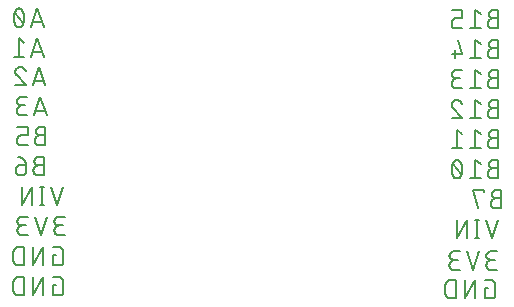
<source format=gbr>
G04 EAGLE Gerber RS-274X export*
G75*
%MOMM*%
%FSLAX34Y34*%
%LPD*%
%INSilkscreen Bottom*%
%IPPOS*%
%AMOC8*
5,1,8,0,0,1.08239X$1,22.5*%
G01*
%ADD10C,0.203200*%


D10*
X452374Y367905D02*
X448000Y367905D01*
X448000Y367904D02*
X447869Y367902D01*
X447738Y367896D01*
X447608Y367886D01*
X447478Y367873D01*
X447348Y367855D01*
X447219Y367834D01*
X447091Y367808D01*
X446963Y367779D01*
X446836Y367746D01*
X446711Y367710D01*
X446586Y367669D01*
X446463Y367625D01*
X446341Y367577D01*
X446221Y367526D01*
X446102Y367471D01*
X445985Y367412D01*
X445870Y367350D01*
X445757Y367285D01*
X445645Y367216D01*
X445536Y367144D01*
X445429Y367069D01*
X445324Y366990D01*
X445222Y366909D01*
X445122Y366824D01*
X445025Y366736D01*
X444930Y366646D01*
X444838Y366553D01*
X444749Y366457D01*
X444663Y366358D01*
X444580Y366257D01*
X444500Y366154D01*
X444423Y366048D01*
X444350Y365940D01*
X444279Y365829D01*
X444212Y365717D01*
X444148Y365603D01*
X444088Y365487D01*
X444031Y365369D01*
X443978Y365249D01*
X443928Y365128D01*
X443882Y365005D01*
X443840Y364882D01*
X443802Y364757D01*
X443767Y364630D01*
X443736Y364503D01*
X443708Y364375D01*
X443685Y364247D01*
X443666Y364117D01*
X443650Y363987D01*
X443638Y363857D01*
X443630Y363726D01*
X443626Y363595D01*
X443626Y363465D01*
X443630Y363334D01*
X443638Y363203D01*
X443650Y363073D01*
X443666Y362943D01*
X443685Y362813D01*
X443708Y362685D01*
X443736Y362557D01*
X443767Y362430D01*
X443802Y362303D01*
X443840Y362178D01*
X443882Y362055D01*
X443928Y361932D01*
X443978Y361811D01*
X444031Y361691D01*
X444088Y361573D01*
X444148Y361457D01*
X444212Y361343D01*
X444279Y361231D01*
X444350Y361120D01*
X444423Y361012D01*
X444500Y360906D01*
X444580Y360803D01*
X444663Y360702D01*
X444749Y360603D01*
X444838Y360507D01*
X444930Y360414D01*
X445025Y360324D01*
X445122Y360236D01*
X445222Y360151D01*
X445324Y360070D01*
X445429Y359991D01*
X445536Y359916D01*
X445645Y359844D01*
X445757Y359775D01*
X445870Y359710D01*
X445985Y359648D01*
X446102Y359589D01*
X446221Y359534D01*
X446341Y359483D01*
X446463Y359435D01*
X446586Y359391D01*
X446711Y359350D01*
X446836Y359314D01*
X446963Y359281D01*
X447091Y359252D01*
X447219Y359226D01*
X447348Y359205D01*
X447478Y359187D01*
X447608Y359174D01*
X447738Y359164D01*
X447869Y359158D01*
X448000Y359156D01*
X452374Y359156D01*
X452374Y374904D01*
X448000Y374904D01*
X447882Y374902D01*
X447764Y374896D01*
X447646Y374886D01*
X447529Y374872D01*
X447412Y374854D01*
X447295Y374832D01*
X447180Y374807D01*
X447066Y374777D01*
X446952Y374743D01*
X446840Y374706D01*
X446729Y374665D01*
X446620Y374620D01*
X446512Y374572D01*
X446406Y374520D01*
X446301Y374464D01*
X446199Y374405D01*
X446099Y374343D01*
X446001Y374277D01*
X445905Y374208D01*
X445811Y374135D01*
X445720Y374060D01*
X445632Y373981D01*
X445546Y373900D01*
X445463Y373815D01*
X445383Y373728D01*
X445306Y373639D01*
X445232Y373546D01*
X445162Y373452D01*
X445094Y373355D01*
X445030Y373255D01*
X444969Y373154D01*
X444912Y373051D01*
X444858Y372945D01*
X444807Y372838D01*
X444761Y372730D01*
X444718Y372620D01*
X444679Y372508D01*
X444643Y372395D01*
X444612Y372281D01*
X444584Y372166D01*
X444560Y372051D01*
X444540Y371934D01*
X444524Y371817D01*
X444512Y371699D01*
X444504Y371581D01*
X444500Y371463D01*
X444500Y371345D01*
X444504Y371227D01*
X444512Y371109D01*
X444524Y370991D01*
X444540Y370874D01*
X444560Y370757D01*
X444584Y370642D01*
X444612Y370527D01*
X444643Y370413D01*
X444679Y370300D01*
X444718Y370188D01*
X444761Y370078D01*
X444807Y369970D01*
X444858Y369863D01*
X444912Y369757D01*
X444969Y369654D01*
X445030Y369553D01*
X445094Y369453D01*
X445162Y369356D01*
X445232Y369262D01*
X445306Y369169D01*
X445383Y369080D01*
X445463Y368993D01*
X445546Y368908D01*
X445632Y368827D01*
X445720Y368748D01*
X445811Y368673D01*
X445905Y368600D01*
X446001Y368531D01*
X446099Y368465D01*
X446199Y368403D01*
X446301Y368344D01*
X446406Y368288D01*
X446512Y368236D01*
X446620Y368188D01*
X446729Y368143D01*
X446840Y368102D01*
X446952Y368065D01*
X447066Y368031D01*
X447180Y368001D01*
X447295Y367976D01*
X447412Y367954D01*
X447529Y367936D01*
X447646Y367922D01*
X447764Y367912D01*
X447882Y367906D01*
X448000Y367904D01*
X437518Y371404D02*
X433143Y374904D01*
X433143Y359156D01*
X428769Y359156D02*
X437518Y359156D01*
X421886Y359156D02*
X416637Y359156D01*
X416520Y359158D01*
X416403Y359164D01*
X416287Y359174D01*
X416170Y359187D01*
X416055Y359205D01*
X415940Y359226D01*
X415826Y359251D01*
X415712Y359280D01*
X415600Y359313D01*
X415489Y359350D01*
X415379Y359390D01*
X415271Y359434D01*
X415164Y359481D01*
X415058Y359532D01*
X414955Y359587D01*
X414853Y359645D01*
X414754Y359706D01*
X414656Y359770D01*
X414561Y359838D01*
X414468Y359909D01*
X414377Y359983D01*
X414289Y360060D01*
X414204Y360140D01*
X414121Y360223D01*
X414041Y360308D01*
X413964Y360396D01*
X413890Y360487D01*
X413819Y360580D01*
X413751Y360675D01*
X413687Y360773D01*
X413626Y360872D01*
X413568Y360974D01*
X413513Y361077D01*
X413462Y361183D01*
X413415Y361290D01*
X413371Y361398D01*
X413331Y361508D01*
X413294Y361619D01*
X413261Y361731D01*
X413232Y361845D01*
X413207Y361959D01*
X413186Y362074D01*
X413168Y362189D01*
X413155Y362306D01*
X413145Y362422D01*
X413139Y362539D01*
X413137Y362656D01*
X413137Y364405D01*
X413139Y364522D01*
X413145Y364639D01*
X413155Y364755D01*
X413168Y364872D01*
X413186Y364987D01*
X413207Y365102D01*
X413232Y365216D01*
X413261Y365330D01*
X413294Y365442D01*
X413331Y365553D01*
X413371Y365663D01*
X413415Y365771D01*
X413462Y365878D01*
X413513Y365984D01*
X413568Y366087D01*
X413626Y366189D01*
X413687Y366288D01*
X413751Y366386D01*
X413819Y366481D01*
X413890Y366574D01*
X413964Y366665D01*
X414041Y366753D01*
X414121Y366838D01*
X414204Y366921D01*
X414289Y367001D01*
X414377Y367078D01*
X414468Y367152D01*
X414561Y367223D01*
X414656Y367291D01*
X414754Y367355D01*
X414853Y367416D01*
X414955Y367474D01*
X415058Y367529D01*
X415164Y367580D01*
X415271Y367627D01*
X415379Y367671D01*
X415489Y367711D01*
X415600Y367748D01*
X415712Y367781D01*
X415826Y367810D01*
X415940Y367835D01*
X416055Y367856D01*
X416170Y367874D01*
X416287Y367887D01*
X416403Y367897D01*
X416520Y367903D01*
X416637Y367905D01*
X421886Y367905D01*
X421886Y374904D01*
X413137Y374904D01*
X448000Y342505D02*
X452374Y342505D01*
X448000Y342504D02*
X447869Y342502D01*
X447738Y342496D01*
X447608Y342486D01*
X447478Y342473D01*
X447348Y342455D01*
X447219Y342434D01*
X447091Y342408D01*
X446963Y342379D01*
X446836Y342346D01*
X446711Y342310D01*
X446586Y342269D01*
X446463Y342225D01*
X446341Y342177D01*
X446221Y342126D01*
X446102Y342071D01*
X445985Y342012D01*
X445870Y341950D01*
X445757Y341885D01*
X445645Y341816D01*
X445536Y341744D01*
X445429Y341669D01*
X445324Y341590D01*
X445222Y341509D01*
X445122Y341424D01*
X445025Y341336D01*
X444930Y341246D01*
X444838Y341153D01*
X444749Y341057D01*
X444663Y340958D01*
X444580Y340857D01*
X444500Y340754D01*
X444423Y340648D01*
X444350Y340540D01*
X444279Y340429D01*
X444212Y340317D01*
X444148Y340203D01*
X444088Y340087D01*
X444031Y339969D01*
X443978Y339849D01*
X443928Y339728D01*
X443882Y339605D01*
X443840Y339482D01*
X443802Y339357D01*
X443767Y339230D01*
X443736Y339103D01*
X443708Y338975D01*
X443685Y338847D01*
X443666Y338717D01*
X443650Y338587D01*
X443638Y338457D01*
X443630Y338326D01*
X443626Y338195D01*
X443626Y338065D01*
X443630Y337934D01*
X443638Y337803D01*
X443650Y337673D01*
X443666Y337543D01*
X443685Y337413D01*
X443708Y337285D01*
X443736Y337157D01*
X443767Y337030D01*
X443802Y336903D01*
X443840Y336778D01*
X443882Y336655D01*
X443928Y336532D01*
X443978Y336411D01*
X444031Y336291D01*
X444088Y336173D01*
X444148Y336057D01*
X444212Y335943D01*
X444279Y335831D01*
X444350Y335720D01*
X444423Y335612D01*
X444500Y335506D01*
X444580Y335403D01*
X444663Y335302D01*
X444749Y335203D01*
X444838Y335107D01*
X444930Y335014D01*
X445025Y334924D01*
X445122Y334836D01*
X445222Y334751D01*
X445324Y334670D01*
X445429Y334591D01*
X445536Y334516D01*
X445645Y334444D01*
X445757Y334375D01*
X445870Y334310D01*
X445985Y334248D01*
X446102Y334189D01*
X446221Y334134D01*
X446341Y334083D01*
X446463Y334035D01*
X446586Y333991D01*
X446711Y333950D01*
X446836Y333914D01*
X446963Y333881D01*
X447091Y333852D01*
X447219Y333826D01*
X447348Y333805D01*
X447478Y333787D01*
X447608Y333774D01*
X447738Y333764D01*
X447869Y333758D01*
X448000Y333756D01*
X452374Y333756D01*
X452374Y349504D01*
X448000Y349504D01*
X447882Y349502D01*
X447764Y349496D01*
X447646Y349486D01*
X447529Y349472D01*
X447412Y349454D01*
X447295Y349432D01*
X447180Y349407D01*
X447066Y349377D01*
X446952Y349343D01*
X446840Y349306D01*
X446729Y349265D01*
X446620Y349220D01*
X446512Y349172D01*
X446406Y349120D01*
X446301Y349064D01*
X446199Y349005D01*
X446099Y348943D01*
X446001Y348877D01*
X445905Y348808D01*
X445811Y348735D01*
X445720Y348660D01*
X445632Y348581D01*
X445546Y348500D01*
X445463Y348415D01*
X445383Y348328D01*
X445306Y348239D01*
X445232Y348146D01*
X445162Y348052D01*
X445094Y347955D01*
X445030Y347855D01*
X444969Y347754D01*
X444912Y347651D01*
X444858Y347545D01*
X444807Y347438D01*
X444761Y347330D01*
X444718Y347220D01*
X444679Y347108D01*
X444643Y346995D01*
X444612Y346881D01*
X444584Y346766D01*
X444560Y346651D01*
X444540Y346534D01*
X444524Y346417D01*
X444512Y346299D01*
X444504Y346181D01*
X444500Y346063D01*
X444500Y345945D01*
X444504Y345827D01*
X444512Y345709D01*
X444524Y345591D01*
X444540Y345474D01*
X444560Y345357D01*
X444584Y345242D01*
X444612Y345127D01*
X444643Y345013D01*
X444679Y344900D01*
X444718Y344788D01*
X444761Y344678D01*
X444807Y344570D01*
X444858Y344463D01*
X444912Y344357D01*
X444969Y344254D01*
X445030Y344153D01*
X445094Y344053D01*
X445162Y343956D01*
X445232Y343862D01*
X445306Y343769D01*
X445383Y343680D01*
X445463Y343593D01*
X445546Y343508D01*
X445632Y343427D01*
X445720Y343348D01*
X445811Y343273D01*
X445905Y343200D01*
X446001Y343131D01*
X446099Y343065D01*
X446199Y343003D01*
X446301Y342944D01*
X446406Y342888D01*
X446512Y342836D01*
X446620Y342788D01*
X446729Y342743D01*
X446840Y342702D01*
X446952Y342665D01*
X447066Y342631D01*
X447180Y342601D01*
X447295Y342576D01*
X447412Y342554D01*
X447529Y342536D01*
X447646Y342522D01*
X447764Y342512D01*
X447882Y342506D01*
X448000Y342504D01*
X437518Y346004D02*
X433143Y349504D01*
X433143Y333756D01*
X428769Y333756D02*
X437518Y333756D01*
X421886Y337256D02*
X418387Y349504D01*
X421886Y337256D02*
X413137Y337256D01*
X415762Y340755D02*
X415762Y333756D01*
X448000Y317105D02*
X452374Y317105D01*
X448000Y317104D02*
X447869Y317102D01*
X447738Y317096D01*
X447608Y317086D01*
X447478Y317073D01*
X447348Y317055D01*
X447219Y317034D01*
X447091Y317008D01*
X446963Y316979D01*
X446836Y316946D01*
X446711Y316910D01*
X446586Y316869D01*
X446463Y316825D01*
X446341Y316777D01*
X446221Y316726D01*
X446102Y316671D01*
X445985Y316612D01*
X445870Y316550D01*
X445757Y316485D01*
X445645Y316416D01*
X445536Y316344D01*
X445429Y316269D01*
X445324Y316190D01*
X445222Y316109D01*
X445122Y316024D01*
X445025Y315936D01*
X444930Y315846D01*
X444838Y315753D01*
X444749Y315657D01*
X444663Y315558D01*
X444580Y315457D01*
X444500Y315354D01*
X444423Y315248D01*
X444350Y315140D01*
X444279Y315029D01*
X444212Y314917D01*
X444148Y314803D01*
X444088Y314687D01*
X444031Y314569D01*
X443978Y314449D01*
X443928Y314328D01*
X443882Y314205D01*
X443840Y314082D01*
X443802Y313957D01*
X443767Y313830D01*
X443736Y313703D01*
X443708Y313575D01*
X443685Y313447D01*
X443666Y313317D01*
X443650Y313187D01*
X443638Y313057D01*
X443630Y312926D01*
X443626Y312795D01*
X443626Y312665D01*
X443630Y312534D01*
X443638Y312403D01*
X443650Y312273D01*
X443666Y312143D01*
X443685Y312013D01*
X443708Y311885D01*
X443736Y311757D01*
X443767Y311630D01*
X443802Y311503D01*
X443840Y311378D01*
X443882Y311255D01*
X443928Y311132D01*
X443978Y311011D01*
X444031Y310891D01*
X444088Y310773D01*
X444148Y310657D01*
X444212Y310543D01*
X444279Y310431D01*
X444350Y310320D01*
X444423Y310212D01*
X444500Y310106D01*
X444580Y310003D01*
X444663Y309902D01*
X444749Y309803D01*
X444838Y309707D01*
X444930Y309614D01*
X445025Y309524D01*
X445122Y309436D01*
X445222Y309351D01*
X445324Y309270D01*
X445429Y309191D01*
X445536Y309116D01*
X445645Y309044D01*
X445757Y308975D01*
X445870Y308910D01*
X445985Y308848D01*
X446102Y308789D01*
X446221Y308734D01*
X446341Y308683D01*
X446463Y308635D01*
X446586Y308591D01*
X446711Y308550D01*
X446836Y308514D01*
X446963Y308481D01*
X447091Y308452D01*
X447219Y308426D01*
X447348Y308405D01*
X447478Y308387D01*
X447608Y308374D01*
X447738Y308364D01*
X447869Y308358D01*
X448000Y308356D01*
X452374Y308356D01*
X452374Y324104D01*
X448000Y324104D01*
X447882Y324102D01*
X447764Y324096D01*
X447646Y324086D01*
X447529Y324072D01*
X447412Y324054D01*
X447295Y324032D01*
X447180Y324007D01*
X447066Y323977D01*
X446952Y323943D01*
X446840Y323906D01*
X446729Y323865D01*
X446620Y323820D01*
X446512Y323772D01*
X446406Y323720D01*
X446301Y323664D01*
X446199Y323605D01*
X446099Y323543D01*
X446001Y323477D01*
X445905Y323408D01*
X445811Y323335D01*
X445720Y323260D01*
X445632Y323181D01*
X445546Y323100D01*
X445463Y323015D01*
X445383Y322928D01*
X445306Y322839D01*
X445232Y322746D01*
X445162Y322652D01*
X445094Y322555D01*
X445030Y322455D01*
X444969Y322354D01*
X444912Y322251D01*
X444858Y322145D01*
X444807Y322038D01*
X444761Y321930D01*
X444718Y321820D01*
X444679Y321708D01*
X444643Y321595D01*
X444612Y321481D01*
X444584Y321366D01*
X444560Y321251D01*
X444540Y321134D01*
X444524Y321017D01*
X444512Y320899D01*
X444504Y320781D01*
X444500Y320663D01*
X444500Y320545D01*
X444504Y320427D01*
X444512Y320309D01*
X444524Y320191D01*
X444540Y320074D01*
X444560Y319957D01*
X444584Y319842D01*
X444612Y319727D01*
X444643Y319613D01*
X444679Y319500D01*
X444718Y319388D01*
X444761Y319278D01*
X444807Y319170D01*
X444858Y319063D01*
X444912Y318957D01*
X444969Y318854D01*
X445030Y318753D01*
X445094Y318653D01*
X445162Y318556D01*
X445232Y318462D01*
X445306Y318369D01*
X445383Y318280D01*
X445463Y318193D01*
X445546Y318108D01*
X445632Y318027D01*
X445720Y317948D01*
X445811Y317873D01*
X445905Y317800D01*
X446001Y317731D01*
X446099Y317665D01*
X446199Y317603D01*
X446301Y317544D01*
X446406Y317488D01*
X446512Y317436D01*
X446620Y317388D01*
X446729Y317343D01*
X446840Y317302D01*
X446952Y317265D01*
X447066Y317231D01*
X447180Y317201D01*
X447295Y317176D01*
X447412Y317154D01*
X447529Y317136D01*
X447646Y317122D01*
X447764Y317112D01*
X447882Y317106D01*
X448000Y317104D01*
X437518Y320604D02*
X433143Y324104D01*
X433143Y308356D01*
X428769Y308356D02*
X437518Y308356D01*
X421886Y308356D02*
X417512Y308356D01*
X417381Y308358D01*
X417250Y308364D01*
X417120Y308374D01*
X416990Y308387D01*
X416860Y308405D01*
X416731Y308426D01*
X416603Y308452D01*
X416475Y308481D01*
X416348Y308514D01*
X416223Y308550D01*
X416098Y308591D01*
X415975Y308635D01*
X415853Y308683D01*
X415733Y308734D01*
X415614Y308789D01*
X415497Y308848D01*
X415382Y308910D01*
X415269Y308975D01*
X415157Y309044D01*
X415048Y309116D01*
X414941Y309191D01*
X414836Y309270D01*
X414734Y309351D01*
X414634Y309436D01*
X414537Y309524D01*
X414442Y309614D01*
X414350Y309707D01*
X414261Y309803D01*
X414175Y309902D01*
X414092Y310003D01*
X414012Y310106D01*
X413935Y310212D01*
X413862Y310320D01*
X413791Y310431D01*
X413724Y310543D01*
X413660Y310657D01*
X413600Y310773D01*
X413543Y310891D01*
X413490Y311011D01*
X413440Y311132D01*
X413394Y311255D01*
X413352Y311378D01*
X413314Y311503D01*
X413279Y311630D01*
X413248Y311757D01*
X413220Y311885D01*
X413197Y312013D01*
X413178Y312143D01*
X413162Y312273D01*
X413150Y312403D01*
X413142Y312534D01*
X413138Y312665D01*
X413138Y312795D01*
X413142Y312926D01*
X413150Y313057D01*
X413162Y313187D01*
X413178Y313317D01*
X413197Y313447D01*
X413220Y313575D01*
X413248Y313703D01*
X413279Y313830D01*
X413314Y313957D01*
X413352Y314082D01*
X413394Y314205D01*
X413440Y314328D01*
X413490Y314449D01*
X413543Y314569D01*
X413600Y314687D01*
X413660Y314803D01*
X413724Y314917D01*
X413791Y315029D01*
X413862Y315140D01*
X413935Y315248D01*
X414012Y315354D01*
X414092Y315457D01*
X414175Y315558D01*
X414261Y315657D01*
X414350Y315753D01*
X414442Y315846D01*
X414537Y315936D01*
X414634Y316024D01*
X414734Y316109D01*
X414836Y316190D01*
X414941Y316269D01*
X415048Y316344D01*
X415157Y316416D01*
X415269Y316485D01*
X415382Y316550D01*
X415497Y316612D01*
X415614Y316671D01*
X415733Y316726D01*
X415853Y316777D01*
X415975Y316825D01*
X416098Y316869D01*
X416223Y316910D01*
X416348Y316946D01*
X416475Y316979D01*
X416603Y317008D01*
X416731Y317034D01*
X416860Y317055D01*
X416990Y317073D01*
X417120Y317086D01*
X417250Y317096D01*
X417381Y317102D01*
X417512Y317104D01*
X416637Y324104D02*
X421886Y324104D01*
X416637Y324104D02*
X416519Y324102D01*
X416401Y324096D01*
X416283Y324086D01*
X416166Y324072D01*
X416049Y324054D01*
X415932Y324032D01*
X415817Y324007D01*
X415703Y323977D01*
X415589Y323943D01*
X415477Y323906D01*
X415366Y323865D01*
X415257Y323820D01*
X415149Y323772D01*
X415043Y323720D01*
X414938Y323664D01*
X414836Y323605D01*
X414736Y323543D01*
X414638Y323477D01*
X414542Y323408D01*
X414448Y323335D01*
X414357Y323260D01*
X414269Y323181D01*
X414183Y323100D01*
X414100Y323015D01*
X414020Y322928D01*
X413943Y322839D01*
X413869Y322746D01*
X413799Y322652D01*
X413731Y322555D01*
X413667Y322455D01*
X413606Y322354D01*
X413549Y322251D01*
X413495Y322145D01*
X413444Y322038D01*
X413398Y321930D01*
X413355Y321820D01*
X413316Y321708D01*
X413280Y321595D01*
X413249Y321481D01*
X413221Y321366D01*
X413197Y321251D01*
X413177Y321134D01*
X413161Y321017D01*
X413149Y320899D01*
X413141Y320781D01*
X413137Y320663D01*
X413137Y320545D01*
X413141Y320427D01*
X413149Y320309D01*
X413161Y320191D01*
X413177Y320074D01*
X413197Y319957D01*
X413221Y319842D01*
X413249Y319727D01*
X413280Y319613D01*
X413316Y319500D01*
X413355Y319388D01*
X413398Y319278D01*
X413444Y319170D01*
X413495Y319063D01*
X413549Y318957D01*
X413606Y318854D01*
X413667Y318753D01*
X413731Y318653D01*
X413799Y318556D01*
X413869Y318462D01*
X413943Y318369D01*
X414020Y318280D01*
X414100Y318193D01*
X414183Y318108D01*
X414269Y318027D01*
X414357Y317948D01*
X414448Y317873D01*
X414542Y317800D01*
X414638Y317731D01*
X414736Y317665D01*
X414836Y317603D01*
X414938Y317544D01*
X415043Y317488D01*
X415149Y317436D01*
X415257Y317388D01*
X415366Y317343D01*
X415477Y317302D01*
X415589Y317265D01*
X415703Y317231D01*
X415817Y317201D01*
X415932Y317176D01*
X416049Y317154D01*
X416166Y317136D01*
X416283Y317122D01*
X416401Y317112D01*
X416519Y317106D01*
X416637Y317104D01*
X416637Y317105D02*
X420137Y317105D01*
X448000Y291705D02*
X452374Y291705D01*
X448000Y291704D02*
X447869Y291702D01*
X447738Y291696D01*
X447608Y291686D01*
X447478Y291673D01*
X447348Y291655D01*
X447219Y291634D01*
X447091Y291608D01*
X446963Y291579D01*
X446836Y291546D01*
X446711Y291510D01*
X446586Y291469D01*
X446463Y291425D01*
X446341Y291377D01*
X446221Y291326D01*
X446102Y291271D01*
X445985Y291212D01*
X445870Y291150D01*
X445757Y291085D01*
X445645Y291016D01*
X445536Y290944D01*
X445429Y290869D01*
X445324Y290790D01*
X445222Y290709D01*
X445122Y290624D01*
X445025Y290536D01*
X444930Y290446D01*
X444838Y290353D01*
X444749Y290257D01*
X444663Y290158D01*
X444580Y290057D01*
X444500Y289954D01*
X444423Y289848D01*
X444350Y289740D01*
X444279Y289629D01*
X444212Y289517D01*
X444148Y289403D01*
X444088Y289287D01*
X444031Y289169D01*
X443978Y289049D01*
X443928Y288928D01*
X443882Y288805D01*
X443840Y288682D01*
X443802Y288557D01*
X443767Y288430D01*
X443736Y288303D01*
X443708Y288175D01*
X443685Y288047D01*
X443666Y287917D01*
X443650Y287787D01*
X443638Y287657D01*
X443630Y287526D01*
X443626Y287395D01*
X443626Y287265D01*
X443630Y287134D01*
X443638Y287003D01*
X443650Y286873D01*
X443666Y286743D01*
X443685Y286613D01*
X443708Y286485D01*
X443736Y286357D01*
X443767Y286230D01*
X443802Y286103D01*
X443840Y285978D01*
X443882Y285855D01*
X443928Y285732D01*
X443978Y285611D01*
X444031Y285491D01*
X444088Y285373D01*
X444148Y285257D01*
X444212Y285143D01*
X444279Y285031D01*
X444350Y284920D01*
X444423Y284812D01*
X444500Y284706D01*
X444580Y284603D01*
X444663Y284502D01*
X444749Y284403D01*
X444838Y284307D01*
X444930Y284214D01*
X445025Y284124D01*
X445122Y284036D01*
X445222Y283951D01*
X445324Y283870D01*
X445429Y283791D01*
X445536Y283716D01*
X445645Y283644D01*
X445757Y283575D01*
X445870Y283510D01*
X445985Y283448D01*
X446102Y283389D01*
X446221Y283334D01*
X446341Y283283D01*
X446463Y283235D01*
X446586Y283191D01*
X446711Y283150D01*
X446836Y283114D01*
X446963Y283081D01*
X447091Y283052D01*
X447219Y283026D01*
X447348Y283005D01*
X447478Y282987D01*
X447608Y282974D01*
X447738Y282964D01*
X447869Y282958D01*
X448000Y282956D01*
X452374Y282956D01*
X452374Y298704D01*
X448000Y298704D01*
X447882Y298702D01*
X447764Y298696D01*
X447646Y298686D01*
X447529Y298672D01*
X447412Y298654D01*
X447295Y298632D01*
X447180Y298607D01*
X447066Y298577D01*
X446952Y298543D01*
X446840Y298506D01*
X446729Y298465D01*
X446620Y298420D01*
X446512Y298372D01*
X446406Y298320D01*
X446301Y298264D01*
X446199Y298205D01*
X446099Y298143D01*
X446001Y298077D01*
X445905Y298008D01*
X445811Y297935D01*
X445720Y297860D01*
X445632Y297781D01*
X445546Y297700D01*
X445463Y297615D01*
X445383Y297528D01*
X445306Y297439D01*
X445232Y297346D01*
X445162Y297252D01*
X445094Y297155D01*
X445030Y297055D01*
X444969Y296954D01*
X444912Y296851D01*
X444858Y296745D01*
X444807Y296638D01*
X444761Y296530D01*
X444718Y296420D01*
X444679Y296308D01*
X444643Y296195D01*
X444612Y296081D01*
X444584Y295966D01*
X444560Y295851D01*
X444540Y295734D01*
X444524Y295617D01*
X444512Y295499D01*
X444504Y295381D01*
X444500Y295263D01*
X444500Y295145D01*
X444504Y295027D01*
X444512Y294909D01*
X444524Y294791D01*
X444540Y294674D01*
X444560Y294557D01*
X444584Y294442D01*
X444612Y294327D01*
X444643Y294213D01*
X444679Y294100D01*
X444718Y293988D01*
X444761Y293878D01*
X444807Y293770D01*
X444858Y293663D01*
X444912Y293557D01*
X444969Y293454D01*
X445030Y293353D01*
X445094Y293253D01*
X445162Y293156D01*
X445232Y293062D01*
X445306Y292969D01*
X445383Y292880D01*
X445463Y292793D01*
X445546Y292708D01*
X445632Y292627D01*
X445720Y292548D01*
X445811Y292473D01*
X445905Y292400D01*
X446001Y292331D01*
X446099Y292265D01*
X446199Y292203D01*
X446301Y292144D01*
X446406Y292088D01*
X446512Y292036D01*
X446620Y291988D01*
X446729Y291943D01*
X446840Y291902D01*
X446952Y291865D01*
X447066Y291831D01*
X447180Y291801D01*
X447295Y291776D01*
X447412Y291754D01*
X447529Y291736D01*
X447646Y291722D01*
X447764Y291712D01*
X447882Y291706D01*
X448000Y291704D01*
X437518Y295204D02*
X433143Y298704D01*
X433143Y282956D01*
X428769Y282956D02*
X437518Y282956D01*
X417074Y298704D02*
X416950Y298702D01*
X416827Y298696D01*
X416703Y298687D01*
X416581Y298673D01*
X416458Y298656D01*
X416336Y298634D01*
X416215Y298609D01*
X416095Y298580D01*
X415976Y298548D01*
X415857Y298511D01*
X415740Y298471D01*
X415625Y298428D01*
X415510Y298380D01*
X415398Y298329D01*
X415287Y298275D01*
X415177Y298217D01*
X415070Y298156D01*
X414964Y298091D01*
X414861Y298023D01*
X414760Y297952D01*
X414661Y297878D01*
X414564Y297801D01*
X414470Y297720D01*
X414379Y297637D01*
X414290Y297551D01*
X414204Y297462D01*
X414121Y297371D01*
X414040Y297277D01*
X413963Y297180D01*
X413889Y297081D01*
X413818Y296980D01*
X413750Y296877D01*
X413685Y296771D01*
X413624Y296664D01*
X413566Y296554D01*
X413512Y296443D01*
X413461Y296331D01*
X413413Y296216D01*
X413370Y296101D01*
X413330Y295984D01*
X413293Y295865D01*
X413261Y295746D01*
X413232Y295626D01*
X413207Y295505D01*
X413185Y295383D01*
X413168Y295260D01*
X413154Y295138D01*
X413145Y295014D01*
X413139Y294891D01*
X413137Y294767D01*
X417074Y298704D02*
X417215Y298702D01*
X417357Y298696D01*
X417498Y298686D01*
X417638Y298672D01*
X417778Y298655D01*
X417918Y298633D01*
X418057Y298608D01*
X418195Y298578D01*
X418333Y298545D01*
X418469Y298508D01*
X418605Y298467D01*
X418739Y298422D01*
X418871Y298374D01*
X419003Y298322D01*
X419133Y298266D01*
X419261Y298207D01*
X419388Y298144D01*
X419512Y298077D01*
X419635Y298008D01*
X419756Y297934D01*
X419875Y297858D01*
X419992Y297778D01*
X420106Y297695D01*
X420218Y297608D01*
X420327Y297519D01*
X420434Y297427D01*
X420539Y297331D01*
X420640Y297233D01*
X420739Y297132D01*
X420835Y297028D01*
X420928Y296922D01*
X421018Y296813D01*
X421105Y296701D01*
X421189Y296587D01*
X421269Y296471D01*
X421347Y296353D01*
X421421Y296232D01*
X421491Y296110D01*
X421558Y295986D01*
X421622Y295859D01*
X421682Y295731D01*
X421739Y295602D01*
X421791Y295471D01*
X421841Y295338D01*
X421886Y295204D01*
X414449Y291705D02*
X414359Y291793D01*
X414271Y291885D01*
X414186Y291979D01*
X414104Y292076D01*
X414025Y292175D01*
X413948Y292276D01*
X413875Y292380D01*
X413805Y292485D01*
X413738Y292593D01*
X413675Y292703D01*
X413615Y292815D01*
X413558Y292928D01*
X413504Y293043D01*
X413454Y293160D01*
X413408Y293278D01*
X413365Y293397D01*
X413326Y293518D01*
X413290Y293639D01*
X413258Y293762D01*
X413230Y293886D01*
X413205Y294010D01*
X413184Y294135D01*
X413167Y294261D01*
X413154Y294387D01*
X413145Y294513D01*
X413139Y294640D01*
X413137Y294767D01*
X414450Y291705D02*
X421886Y282956D01*
X413137Y282956D01*
X448000Y266305D02*
X452374Y266305D01*
X448000Y266304D02*
X447869Y266302D01*
X447738Y266296D01*
X447608Y266286D01*
X447478Y266273D01*
X447348Y266255D01*
X447219Y266234D01*
X447091Y266208D01*
X446963Y266179D01*
X446836Y266146D01*
X446711Y266110D01*
X446586Y266069D01*
X446463Y266025D01*
X446341Y265977D01*
X446221Y265926D01*
X446102Y265871D01*
X445985Y265812D01*
X445870Y265750D01*
X445757Y265685D01*
X445645Y265616D01*
X445536Y265544D01*
X445429Y265469D01*
X445324Y265390D01*
X445222Y265309D01*
X445122Y265224D01*
X445025Y265136D01*
X444930Y265046D01*
X444838Y264953D01*
X444749Y264857D01*
X444663Y264758D01*
X444580Y264657D01*
X444500Y264554D01*
X444423Y264448D01*
X444350Y264340D01*
X444279Y264229D01*
X444212Y264117D01*
X444148Y264003D01*
X444088Y263887D01*
X444031Y263769D01*
X443978Y263649D01*
X443928Y263528D01*
X443882Y263405D01*
X443840Y263282D01*
X443802Y263157D01*
X443767Y263030D01*
X443736Y262903D01*
X443708Y262775D01*
X443685Y262647D01*
X443666Y262517D01*
X443650Y262387D01*
X443638Y262257D01*
X443630Y262126D01*
X443626Y261995D01*
X443626Y261865D01*
X443630Y261734D01*
X443638Y261603D01*
X443650Y261473D01*
X443666Y261343D01*
X443685Y261213D01*
X443708Y261085D01*
X443736Y260957D01*
X443767Y260830D01*
X443802Y260703D01*
X443840Y260578D01*
X443882Y260455D01*
X443928Y260332D01*
X443978Y260211D01*
X444031Y260091D01*
X444088Y259973D01*
X444148Y259857D01*
X444212Y259743D01*
X444279Y259631D01*
X444350Y259520D01*
X444423Y259412D01*
X444500Y259306D01*
X444580Y259203D01*
X444663Y259102D01*
X444749Y259003D01*
X444838Y258907D01*
X444930Y258814D01*
X445025Y258724D01*
X445122Y258636D01*
X445222Y258551D01*
X445324Y258470D01*
X445429Y258391D01*
X445536Y258316D01*
X445645Y258244D01*
X445757Y258175D01*
X445870Y258110D01*
X445985Y258048D01*
X446102Y257989D01*
X446221Y257934D01*
X446341Y257883D01*
X446463Y257835D01*
X446586Y257791D01*
X446711Y257750D01*
X446836Y257714D01*
X446963Y257681D01*
X447091Y257652D01*
X447219Y257626D01*
X447348Y257605D01*
X447478Y257587D01*
X447608Y257574D01*
X447738Y257564D01*
X447869Y257558D01*
X448000Y257556D01*
X452374Y257556D01*
X452374Y273304D01*
X448000Y273304D01*
X447882Y273302D01*
X447764Y273296D01*
X447646Y273286D01*
X447529Y273272D01*
X447412Y273254D01*
X447295Y273232D01*
X447180Y273207D01*
X447066Y273177D01*
X446952Y273143D01*
X446840Y273106D01*
X446729Y273065D01*
X446620Y273020D01*
X446512Y272972D01*
X446406Y272920D01*
X446301Y272864D01*
X446199Y272805D01*
X446099Y272743D01*
X446001Y272677D01*
X445905Y272608D01*
X445811Y272535D01*
X445720Y272460D01*
X445632Y272381D01*
X445546Y272300D01*
X445463Y272215D01*
X445383Y272128D01*
X445306Y272039D01*
X445232Y271946D01*
X445162Y271852D01*
X445094Y271755D01*
X445030Y271655D01*
X444969Y271554D01*
X444912Y271451D01*
X444858Y271345D01*
X444807Y271238D01*
X444761Y271130D01*
X444718Y271020D01*
X444679Y270908D01*
X444643Y270795D01*
X444612Y270681D01*
X444584Y270566D01*
X444560Y270451D01*
X444540Y270334D01*
X444524Y270217D01*
X444512Y270099D01*
X444504Y269981D01*
X444500Y269863D01*
X444500Y269745D01*
X444504Y269627D01*
X444512Y269509D01*
X444524Y269391D01*
X444540Y269274D01*
X444560Y269157D01*
X444584Y269042D01*
X444612Y268927D01*
X444643Y268813D01*
X444679Y268700D01*
X444718Y268588D01*
X444761Y268478D01*
X444807Y268370D01*
X444858Y268263D01*
X444912Y268157D01*
X444969Y268054D01*
X445030Y267953D01*
X445094Y267853D01*
X445162Y267756D01*
X445232Y267662D01*
X445306Y267569D01*
X445383Y267480D01*
X445463Y267393D01*
X445546Y267308D01*
X445632Y267227D01*
X445720Y267148D01*
X445811Y267073D01*
X445905Y267000D01*
X446001Y266931D01*
X446099Y266865D01*
X446199Y266803D01*
X446301Y266744D01*
X446406Y266688D01*
X446512Y266636D01*
X446620Y266588D01*
X446729Y266543D01*
X446840Y266502D01*
X446952Y266465D01*
X447066Y266431D01*
X447180Y266401D01*
X447295Y266376D01*
X447412Y266354D01*
X447529Y266336D01*
X447646Y266322D01*
X447764Y266312D01*
X447882Y266306D01*
X448000Y266304D01*
X437518Y269804D02*
X433143Y273304D01*
X433143Y257556D01*
X428769Y257556D02*
X437518Y257556D01*
X421886Y269804D02*
X417512Y273304D01*
X417512Y257556D01*
X421886Y257556D02*
X413137Y257556D01*
X448000Y240905D02*
X452374Y240905D01*
X448000Y240904D02*
X447869Y240902D01*
X447738Y240896D01*
X447608Y240886D01*
X447478Y240873D01*
X447348Y240855D01*
X447219Y240834D01*
X447091Y240808D01*
X446963Y240779D01*
X446836Y240746D01*
X446711Y240710D01*
X446586Y240669D01*
X446463Y240625D01*
X446341Y240577D01*
X446221Y240526D01*
X446102Y240471D01*
X445985Y240412D01*
X445870Y240350D01*
X445757Y240285D01*
X445645Y240216D01*
X445536Y240144D01*
X445429Y240069D01*
X445324Y239990D01*
X445222Y239909D01*
X445122Y239824D01*
X445025Y239736D01*
X444930Y239646D01*
X444838Y239553D01*
X444749Y239457D01*
X444663Y239358D01*
X444580Y239257D01*
X444500Y239154D01*
X444423Y239048D01*
X444350Y238940D01*
X444279Y238829D01*
X444212Y238717D01*
X444148Y238603D01*
X444088Y238487D01*
X444031Y238369D01*
X443978Y238249D01*
X443928Y238128D01*
X443882Y238005D01*
X443840Y237882D01*
X443802Y237757D01*
X443767Y237630D01*
X443736Y237503D01*
X443708Y237375D01*
X443685Y237247D01*
X443666Y237117D01*
X443650Y236987D01*
X443638Y236857D01*
X443630Y236726D01*
X443626Y236595D01*
X443626Y236465D01*
X443630Y236334D01*
X443638Y236203D01*
X443650Y236073D01*
X443666Y235943D01*
X443685Y235813D01*
X443708Y235685D01*
X443736Y235557D01*
X443767Y235430D01*
X443802Y235303D01*
X443840Y235178D01*
X443882Y235055D01*
X443928Y234932D01*
X443978Y234811D01*
X444031Y234691D01*
X444088Y234573D01*
X444148Y234457D01*
X444212Y234343D01*
X444279Y234231D01*
X444350Y234120D01*
X444423Y234012D01*
X444500Y233906D01*
X444580Y233803D01*
X444663Y233702D01*
X444749Y233603D01*
X444838Y233507D01*
X444930Y233414D01*
X445025Y233324D01*
X445122Y233236D01*
X445222Y233151D01*
X445324Y233070D01*
X445429Y232991D01*
X445536Y232916D01*
X445645Y232844D01*
X445757Y232775D01*
X445870Y232710D01*
X445985Y232648D01*
X446102Y232589D01*
X446221Y232534D01*
X446341Y232483D01*
X446463Y232435D01*
X446586Y232391D01*
X446711Y232350D01*
X446836Y232314D01*
X446963Y232281D01*
X447091Y232252D01*
X447219Y232226D01*
X447348Y232205D01*
X447478Y232187D01*
X447608Y232174D01*
X447738Y232164D01*
X447869Y232158D01*
X448000Y232156D01*
X452374Y232156D01*
X452374Y247904D01*
X448000Y247904D01*
X447882Y247902D01*
X447764Y247896D01*
X447646Y247886D01*
X447529Y247872D01*
X447412Y247854D01*
X447295Y247832D01*
X447180Y247807D01*
X447066Y247777D01*
X446952Y247743D01*
X446840Y247706D01*
X446729Y247665D01*
X446620Y247620D01*
X446512Y247572D01*
X446406Y247520D01*
X446301Y247464D01*
X446199Y247405D01*
X446099Y247343D01*
X446001Y247277D01*
X445905Y247208D01*
X445811Y247135D01*
X445720Y247060D01*
X445632Y246981D01*
X445546Y246900D01*
X445463Y246815D01*
X445383Y246728D01*
X445306Y246639D01*
X445232Y246546D01*
X445162Y246452D01*
X445094Y246355D01*
X445030Y246255D01*
X444969Y246154D01*
X444912Y246051D01*
X444858Y245945D01*
X444807Y245838D01*
X444761Y245730D01*
X444718Y245620D01*
X444679Y245508D01*
X444643Y245395D01*
X444612Y245281D01*
X444584Y245166D01*
X444560Y245051D01*
X444540Y244934D01*
X444524Y244817D01*
X444512Y244699D01*
X444504Y244581D01*
X444500Y244463D01*
X444500Y244345D01*
X444504Y244227D01*
X444512Y244109D01*
X444524Y243991D01*
X444540Y243874D01*
X444560Y243757D01*
X444584Y243642D01*
X444612Y243527D01*
X444643Y243413D01*
X444679Y243300D01*
X444718Y243188D01*
X444761Y243078D01*
X444807Y242970D01*
X444858Y242863D01*
X444912Y242757D01*
X444969Y242654D01*
X445030Y242553D01*
X445094Y242453D01*
X445162Y242356D01*
X445232Y242262D01*
X445306Y242169D01*
X445383Y242080D01*
X445463Y241993D01*
X445546Y241908D01*
X445632Y241827D01*
X445720Y241748D01*
X445811Y241673D01*
X445905Y241600D01*
X446001Y241531D01*
X446099Y241465D01*
X446199Y241403D01*
X446301Y241344D01*
X446406Y241288D01*
X446512Y241236D01*
X446620Y241188D01*
X446729Y241143D01*
X446840Y241102D01*
X446952Y241065D01*
X447066Y241031D01*
X447180Y241001D01*
X447295Y240976D01*
X447412Y240954D01*
X447529Y240936D01*
X447646Y240922D01*
X447764Y240912D01*
X447882Y240906D01*
X448000Y240904D01*
X437518Y244404D02*
X433143Y247904D01*
X433143Y232156D01*
X428769Y232156D02*
X437518Y232156D01*
X421887Y240030D02*
X421883Y240340D01*
X421872Y240649D01*
X421854Y240959D01*
X421828Y241267D01*
X421795Y241575D01*
X421754Y241883D01*
X421706Y242189D01*
X421651Y242494D01*
X421589Y242797D01*
X421519Y243099D01*
X421442Y243399D01*
X421358Y243697D01*
X421267Y243993D01*
X421169Y244287D01*
X421064Y244579D01*
X420952Y244868D01*
X420833Y245154D01*
X420707Y245437D01*
X420575Y245717D01*
X420574Y245717D02*
X420536Y245822D01*
X420494Y245925D01*
X420449Y246027D01*
X420401Y246128D01*
X420349Y246226D01*
X420293Y246323D01*
X420235Y246418D01*
X420173Y246511D01*
X420108Y246601D01*
X420039Y246689D01*
X419968Y246775D01*
X419894Y246859D01*
X419817Y246939D01*
X419738Y247018D01*
X419655Y247093D01*
X419570Y247165D01*
X419483Y247235D01*
X419393Y247301D01*
X419302Y247364D01*
X419208Y247424D01*
X419112Y247481D01*
X419014Y247535D01*
X418914Y247585D01*
X418813Y247631D01*
X418710Y247674D01*
X418605Y247714D01*
X418500Y247750D01*
X418393Y247782D01*
X418285Y247810D01*
X418176Y247835D01*
X418067Y247856D01*
X417957Y247873D01*
X417846Y247887D01*
X417735Y247896D01*
X417624Y247902D01*
X417512Y247904D01*
X417400Y247902D01*
X417289Y247896D01*
X417178Y247887D01*
X417067Y247873D01*
X416957Y247856D01*
X416848Y247835D01*
X416739Y247810D01*
X416631Y247782D01*
X416524Y247750D01*
X416419Y247714D01*
X416314Y247674D01*
X416211Y247631D01*
X416110Y247585D01*
X416010Y247535D01*
X415912Y247481D01*
X415816Y247424D01*
X415722Y247364D01*
X415631Y247301D01*
X415541Y247235D01*
X415454Y247165D01*
X415369Y247093D01*
X415286Y247018D01*
X415207Y246939D01*
X415130Y246859D01*
X415056Y246775D01*
X414985Y246689D01*
X414916Y246601D01*
X414851Y246511D01*
X414789Y246418D01*
X414731Y246323D01*
X414675Y246226D01*
X414623Y246128D01*
X414575Y246027D01*
X414530Y245925D01*
X414488Y245822D01*
X414450Y245717D01*
X414318Y245437D01*
X414192Y245153D01*
X414073Y244867D01*
X413961Y244578D01*
X413856Y244287D01*
X413758Y243993D01*
X413667Y243697D01*
X413583Y243399D01*
X413506Y243099D01*
X413436Y242797D01*
X413374Y242493D01*
X413319Y242189D01*
X413271Y241883D01*
X413230Y241575D01*
X413197Y241267D01*
X413171Y240959D01*
X413153Y240649D01*
X413142Y240340D01*
X413138Y240030D01*
X421887Y240030D02*
X421883Y239720D01*
X421872Y239411D01*
X421854Y239101D01*
X421828Y238793D01*
X421795Y238485D01*
X421754Y238177D01*
X421706Y237871D01*
X421651Y237566D01*
X421589Y237263D01*
X421519Y236961D01*
X421442Y236661D01*
X421358Y236363D01*
X421267Y236067D01*
X421169Y235773D01*
X421064Y235481D01*
X420952Y235192D01*
X420833Y234906D01*
X420707Y234623D01*
X420575Y234343D01*
X420574Y234343D02*
X420536Y234238D01*
X420494Y234135D01*
X420449Y234033D01*
X420401Y233932D01*
X420349Y233834D01*
X420293Y233737D01*
X420235Y233642D01*
X420173Y233549D01*
X420108Y233459D01*
X420039Y233371D01*
X419968Y233285D01*
X419894Y233201D01*
X419817Y233121D01*
X419738Y233042D01*
X419655Y232967D01*
X419570Y232895D01*
X419483Y232825D01*
X419393Y232759D01*
X419302Y232696D01*
X419208Y232636D01*
X419112Y232579D01*
X419014Y232525D01*
X418914Y232475D01*
X418813Y232429D01*
X418710Y232386D01*
X418605Y232346D01*
X418500Y232310D01*
X418393Y232278D01*
X418285Y232250D01*
X418176Y232225D01*
X418067Y232204D01*
X417957Y232187D01*
X417846Y232173D01*
X417735Y232164D01*
X417624Y232158D01*
X417512Y232156D01*
X414449Y234343D02*
X414317Y234623D01*
X414191Y234906D01*
X414072Y235192D01*
X413960Y235481D01*
X413855Y235773D01*
X413757Y236067D01*
X413666Y236363D01*
X413582Y236661D01*
X413505Y236961D01*
X413435Y237263D01*
X413373Y237566D01*
X413318Y237871D01*
X413270Y238177D01*
X413229Y238485D01*
X413196Y238793D01*
X413170Y239101D01*
X413152Y239411D01*
X413141Y239720D01*
X413137Y240030D01*
X414450Y234343D02*
X414488Y234238D01*
X414530Y234135D01*
X414575Y234033D01*
X414623Y233932D01*
X414675Y233834D01*
X414731Y233737D01*
X414789Y233642D01*
X414851Y233549D01*
X414916Y233459D01*
X414985Y233371D01*
X415056Y233285D01*
X415130Y233201D01*
X415207Y233121D01*
X415286Y233042D01*
X415369Y232967D01*
X415454Y232895D01*
X415541Y232825D01*
X415631Y232759D01*
X415722Y232696D01*
X415816Y232636D01*
X415912Y232579D01*
X416010Y232525D01*
X416110Y232475D01*
X416211Y232429D01*
X416314Y232386D01*
X416419Y232346D01*
X416524Y232310D01*
X416631Y232278D01*
X416739Y232250D01*
X416848Y232225D01*
X416957Y232204D01*
X417067Y232187D01*
X417178Y232173D01*
X417289Y232164D01*
X417400Y232158D01*
X417512Y232156D01*
X421011Y235656D02*
X414012Y244404D01*
X450540Y215505D02*
X454914Y215505D01*
X450540Y215504D02*
X450409Y215502D01*
X450278Y215496D01*
X450148Y215486D01*
X450018Y215473D01*
X449888Y215455D01*
X449759Y215434D01*
X449631Y215408D01*
X449503Y215379D01*
X449376Y215346D01*
X449251Y215310D01*
X449126Y215269D01*
X449003Y215225D01*
X448881Y215177D01*
X448761Y215126D01*
X448642Y215071D01*
X448525Y215012D01*
X448410Y214950D01*
X448297Y214885D01*
X448185Y214816D01*
X448076Y214744D01*
X447969Y214669D01*
X447864Y214590D01*
X447762Y214509D01*
X447662Y214424D01*
X447565Y214336D01*
X447470Y214246D01*
X447378Y214153D01*
X447289Y214057D01*
X447203Y213958D01*
X447120Y213857D01*
X447040Y213754D01*
X446963Y213648D01*
X446890Y213540D01*
X446819Y213429D01*
X446752Y213317D01*
X446688Y213203D01*
X446628Y213087D01*
X446571Y212969D01*
X446518Y212849D01*
X446468Y212728D01*
X446422Y212605D01*
X446380Y212482D01*
X446342Y212357D01*
X446307Y212230D01*
X446276Y212103D01*
X446248Y211975D01*
X446225Y211847D01*
X446206Y211717D01*
X446190Y211587D01*
X446178Y211457D01*
X446170Y211326D01*
X446166Y211195D01*
X446166Y211065D01*
X446170Y210934D01*
X446178Y210803D01*
X446190Y210673D01*
X446206Y210543D01*
X446225Y210413D01*
X446248Y210285D01*
X446276Y210157D01*
X446307Y210030D01*
X446342Y209903D01*
X446380Y209778D01*
X446422Y209655D01*
X446468Y209532D01*
X446518Y209411D01*
X446571Y209291D01*
X446628Y209173D01*
X446688Y209057D01*
X446752Y208943D01*
X446819Y208831D01*
X446890Y208720D01*
X446963Y208612D01*
X447040Y208506D01*
X447120Y208403D01*
X447203Y208302D01*
X447289Y208203D01*
X447378Y208107D01*
X447470Y208014D01*
X447565Y207924D01*
X447662Y207836D01*
X447762Y207751D01*
X447864Y207670D01*
X447969Y207591D01*
X448076Y207516D01*
X448185Y207444D01*
X448297Y207375D01*
X448410Y207310D01*
X448525Y207248D01*
X448642Y207189D01*
X448761Y207134D01*
X448881Y207083D01*
X449003Y207035D01*
X449126Y206991D01*
X449251Y206950D01*
X449376Y206914D01*
X449503Y206881D01*
X449631Y206852D01*
X449759Y206826D01*
X449888Y206805D01*
X450018Y206787D01*
X450148Y206774D01*
X450278Y206764D01*
X450409Y206758D01*
X450540Y206756D01*
X454914Y206756D01*
X454914Y222504D01*
X450540Y222504D01*
X450422Y222502D01*
X450304Y222496D01*
X450186Y222486D01*
X450069Y222472D01*
X449952Y222454D01*
X449835Y222432D01*
X449720Y222407D01*
X449606Y222377D01*
X449492Y222343D01*
X449380Y222306D01*
X449269Y222265D01*
X449160Y222220D01*
X449052Y222172D01*
X448946Y222120D01*
X448841Y222064D01*
X448739Y222005D01*
X448639Y221943D01*
X448541Y221877D01*
X448445Y221808D01*
X448351Y221735D01*
X448260Y221660D01*
X448172Y221581D01*
X448086Y221500D01*
X448003Y221415D01*
X447923Y221328D01*
X447846Y221239D01*
X447772Y221146D01*
X447702Y221052D01*
X447634Y220955D01*
X447570Y220855D01*
X447509Y220754D01*
X447452Y220651D01*
X447398Y220545D01*
X447347Y220438D01*
X447301Y220330D01*
X447258Y220220D01*
X447219Y220108D01*
X447183Y219995D01*
X447152Y219881D01*
X447124Y219766D01*
X447100Y219651D01*
X447080Y219534D01*
X447064Y219417D01*
X447052Y219299D01*
X447044Y219181D01*
X447040Y219063D01*
X447040Y218945D01*
X447044Y218827D01*
X447052Y218709D01*
X447064Y218591D01*
X447080Y218474D01*
X447100Y218357D01*
X447124Y218242D01*
X447152Y218127D01*
X447183Y218013D01*
X447219Y217900D01*
X447258Y217788D01*
X447301Y217678D01*
X447347Y217570D01*
X447398Y217463D01*
X447452Y217357D01*
X447509Y217254D01*
X447570Y217153D01*
X447634Y217053D01*
X447702Y216956D01*
X447772Y216862D01*
X447846Y216769D01*
X447923Y216680D01*
X448003Y216593D01*
X448086Y216508D01*
X448172Y216427D01*
X448260Y216348D01*
X448351Y216273D01*
X448445Y216200D01*
X448541Y216131D01*
X448639Y216065D01*
X448739Y216003D01*
X448841Y215944D01*
X448946Y215888D01*
X449052Y215836D01*
X449160Y215788D01*
X449269Y215743D01*
X449380Y215702D01*
X449492Y215665D01*
X449606Y215631D01*
X449720Y215601D01*
X449835Y215576D01*
X449952Y215554D01*
X450069Y215536D01*
X450186Y215522D01*
X450304Y215512D01*
X450422Y215506D01*
X450540Y215504D01*
X440058Y220754D02*
X440058Y222504D01*
X431309Y222504D01*
X435683Y206756D01*
X452374Y197104D02*
X447125Y181356D01*
X441875Y197104D01*
X434620Y197104D02*
X434620Y181356D01*
X436369Y181356D02*
X432870Y181356D01*
X432870Y197104D02*
X436369Y197104D01*
X425968Y197104D02*
X425968Y181356D01*
X417219Y181356D02*
X425968Y197104D01*
X417219Y197104D02*
X417219Y181356D01*
X446730Y154686D02*
X451104Y154686D01*
X446730Y154686D02*
X446599Y154688D01*
X446468Y154694D01*
X446338Y154704D01*
X446208Y154717D01*
X446078Y154735D01*
X445949Y154756D01*
X445821Y154782D01*
X445693Y154811D01*
X445566Y154844D01*
X445441Y154880D01*
X445316Y154921D01*
X445193Y154965D01*
X445071Y155013D01*
X444951Y155064D01*
X444832Y155119D01*
X444715Y155178D01*
X444600Y155240D01*
X444487Y155305D01*
X444375Y155374D01*
X444266Y155446D01*
X444159Y155521D01*
X444054Y155600D01*
X443952Y155681D01*
X443852Y155766D01*
X443755Y155854D01*
X443660Y155944D01*
X443568Y156037D01*
X443479Y156133D01*
X443393Y156232D01*
X443310Y156333D01*
X443230Y156436D01*
X443153Y156542D01*
X443080Y156650D01*
X443009Y156761D01*
X442942Y156873D01*
X442878Y156987D01*
X442818Y157103D01*
X442761Y157221D01*
X442708Y157341D01*
X442658Y157462D01*
X442612Y157585D01*
X442570Y157708D01*
X442532Y157833D01*
X442497Y157960D01*
X442466Y158087D01*
X442438Y158215D01*
X442415Y158343D01*
X442396Y158473D01*
X442380Y158603D01*
X442368Y158733D01*
X442360Y158864D01*
X442356Y158995D01*
X442356Y159125D01*
X442360Y159256D01*
X442368Y159387D01*
X442380Y159517D01*
X442396Y159647D01*
X442415Y159777D01*
X442438Y159905D01*
X442466Y160033D01*
X442497Y160160D01*
X442532Y160287D01*
X442570Y160412D01*
X442612Y160535D01*
X442658Y160658D01*
X442708Y160779D01*
X442761Y160899D01*
X442818Y161017D01*
X442878Y161133D01*
X442942Y161247D01*
X443009Y161359D01*
X443080Y161470D01*
X443153Y161578D01*
X443230Y161684D01*
X443310Y161787D01*
X443393Y161888D01*
X443479Y161987D01*
X443568Y162083D01*
X443660Y162176D01*
X443755Y162266D01*
X443852Y162354D01*
X443952Y162439D01*
X444054Y162520D01*
X444159Y162599D01*
X444266Y162674D01*
X444375Y162746D01*
X444487Y162815D01*
X444600Y162880D01*
X444715Y162942D01*
X444832Y163001D01*
X444951Y163056D01*
X445071Y163107D01*
X445193Y163155D01*
X445316Y163199D01*
X445441Y163240D01*
X445566Y163276D01*
X445693Y163309D01*
X445821Y163338D01*
X445949Y163364D01*
X446078Y163385D01*
X446208Y163403D01*
X446338Y163416D01*
X446468Y163426D01*
X446599Y163432D01*
X446730Y163434D01*
X445855Y170434D02*
X451104Y170434D01*
X445855Y170434D02*
X445737Y170432D01*
X445619Y170426D01*
X445501Y170416D01*
X445384Y170402D01*
X445267Y170384D01*
X445150Y170362D01*
X445035Y170337D01*
X444921Y170307D01*
X444807Y170273D01*
X444695Y170236D01*
X444584Y170195D01*
X444475Y170150D01*
X444367Y170102D01*
X444261Y170050D01*
X444156Y169994D01*
X444054Y169935D01*
X443954Y169873D01*
X443856Y169807D01*
X443760Y169738D01*
X443666Y169665D01*
X443575Y169590D01*
X443487Y169511D01*
X443401Y169430D01*
X443318Y169345D01*
X443238Y169258D01*
X443161Y169169D01*
X443087Y169076D01*
X443017Y168982D01*
X442949Y168885D01*
X442885Y168785D01*
X442824Y168684D01*
X442767Y168581D01*
X442713Y168475D01*
X442662Y168368D01*
X442616Y168260D01*
X442573Y168150D01*
X442534Y168038D01*
X442498Y167925D01*
X442467Y167811D01*
X442439Y167696D01*
X442415Y167581D01*
X442395Y167464D01*
X442379Y167347D01*
X442367Y167229D01*
X442359Y167111D01*
X442355Y166993D01*
X442355Y166875D01*
X442359Y166757D01*
X442367Y166639D01*
X442379Y166521D01*
X442395Y166404D01*
X442415Y166287D01*
X442439Y166172D01*
X442467Y166057D01*
X442498Y165943D01*
X442534Y165830D01*
X442573Y165718D01*
X442616Y165608D01*
X442662Y165500D01*
X442713Y165393D01*
X442767Y165287D01*
X442824Y165184D01*
X442885Y165083D01*
X442949Y164983D01*
X443017Y164886D01*
X443087Y164792D01*
X443161Y164699D01*
X443238Y164610D01*
X443318Y164523D01*
X443401Y164438D01*
X443487Y164357D01*
X443575Y164278D01*
X443666Y164203D01*
X443760Y164130D01*
X443856Y164061D01*
X443954Y163995D01*
X444054Y163933D01*
X444156Y163874D01*
X444261Y163818D01*
X444367Y163766D01*
X444475Y163718D01*
X444584Y163673D01*
X444695Y163632D01*
X444807Y163595D01*
X444921Y163561D01*
X445035Y163531D01*
X445150Y163506D01*
X445267Y163484D01*
X445384Y163466D01*
X445501Y163452D01*
X445619Y163442D01*
X445737Y163436D01*
X445855Y163434D01*
X445855Y163435D02*
X449354Y163435D01*
X436348Y170434D02*
X431098Y154686D01*
X425849Y170434D01*
X419842Y154686D02*
X415467Y154686D01*
X415336Y154688D01*
X415205Y154694D01*
X415075Y154704D01*
X414945Y154717D01*
X414815Y154735D01*
X414686Y154756D01*
X414558Y154782D01*
X414430Y154811D01*
X414303Y154844D01*
X414178Y154880D01*
X414053Y154921D01*
X413930Y154965D01*
X413808Y155013D01*
X413688Y155064D01*
X413569Y155119D01*
X413452Y155178D01*
X413337Y155240D01*
X413224Y155305D01*
X413112Y155374D01*
X413003Y155446D01*
X412896Y155521D01*
X412791Y155600D01*
X412689Y155681D01*
X412589Y155766D01*
X412492Y155854D01*
X412397Y155944D01*
X412305Y156037D01*
X412216Y156133D01*
X412130Y156232D01*
X412047Y156333D01*
X411967Y156436D01*
X411890Y156542D01*
X411817Y156650D01*
X411746Y156761D01*
X411679Y156873D01*
X411615Y156987D01*
X411555Y157103D01*
X411498Y157221D01*
X411445Y157341D01*
X411395Y157462D01*
X411349Y157585D01*
X411307Y157708D01*
X411269Y157833D01*
X411234Y157960D01*
X411203Y158087D01*
X411175Y158215D01*
X411152Y158343D01*
X411133Y158473D01*
X411117Y158603D01*
X411105Y158733D01*
X411097Y158864D01*
X411093Y158995D01*
X411093Y159125D01*
X411097Y159256D01*
X411105Y159387D01*
X411117Y159517D01*
X411133Y159647D01*
X411152Y159777D01*
X411175Y159905D01*
X411203Y160033D01*
X411234Y160160D01*
X411269Y160287D01*
X411307Y160412D01*
X411349Y160535D01*
X411395Y160658D01*
X411445Y160779D01*
X411498Y160899D01*
X411555Y161017D01*
X411615Y161133D01*
X411679Y161247D01*
X411746Y161359D01*
X411817Y161470D01*
X411890Y161578D01*
X411967Y161684D01*
X412047Y161787D01*
X412130Y161888D01*
X412216Y161987D01*
X412305Y162083D01*
X412397Y162176D01*
X412492Y162266D01*
X412589Y162354D01*
X412689Y162439D01*
X412791Y162520D01*
X412896Y162599D01*
X413003Y162674D01*
X413112Y162746D01*
X413224Y162815D01*
X413337Y162880D01*
X413452Y162942D01*
X413569Y163001D01*
X413688Y163056D01*
X413808Y163107D01*
X413930Y163155D01*
X414053Y163199D01*
X414178Y163240D01*
X414303Y163276D01*
X414430Y163309D01*
X414558Y163338D01*
X414686Y163364D01*
X414815Y163385D01*
X414945Y163403D01*
X415075Y163416D01*
X415205Y163426D01*
X415336Y163432D01*
X415467Y163434D01*
X414592Y170434D02*
X419842Y170434D01*
X414592Y170434D02*
X414474Y170432D01*
X414356Y170426D01*
X414238Y170416D01*
X414121Y170402D01*
X414004Y170384D01*
X413887Y170362D01*
X413772Y170337D01*
X413658Y170307D01*
X413544Y170273D01*
X413432Y170236D01*
X413321Y170195D01*
X413212Y170150D01*
X413104Y170102D01*
X412998Y170050D01*
X412893Y169994D01*
X412791Y169935D01*
X412691Y169873D01*
X412593Y169807D01*
X412497Y169738D01*
X412403Y169665D01*
X412312Y169590D01*
X412224Y169511D01*
X412138Y169430D01*
X412055Y169345D01*
X411975Y169258D01*
X411898Y169169D01*
X411824Y169076D01*
X411754Y168982D01*
X411686Y168885D01*
X411622Y168785D01*
X411561Y168684D01*
X411504Y168581D01*
X411450Y168475D01*
X411399Y168368D01*
X411353Y168260D01*
X411310Y168150D01*
X411271Y168038D01*
X411235Y167925D01*
X411204Y167811D01*
X411176Y167696D01*
X411152Y167581D01*
X411132Y167464D01*
X411116Y167347D01*
X411104Y167229D01*
X411096Y167111D01*
X411092Y166993D01*
X411092Y166875D01*
X411096Y166757D01*
X411104Y166639D01*
X411116Y166521D01*
X411132Y166404D01*
X411152Y166287D01*
X411176Y166172D01*
X411204Y166057D01*
X411235Y165943D01*
X411271Y165830D01*
X411310Y165718D01*
X411353Y165608D01*
X411399Y165500D01*
X411450Y165393D01*
X411504Y165287D01*
X411561Y165184D01*
X411622Y165083D01*
X411686Y164983D01*
X411754Y164886D01*
X411824Y164792D01*
X411898Y164699D01*
X411975Y164610D01*
X412055Y164523D01*
X412138Y164438D01*
X412224Y164357D01*
X412312Y164278D01*
X412403Y164203D01*
X412497Y164130D01*
X412593Y164061D01*
X412691Y163995D01*
X412791Y163933D01*
X412893Y163874D01*
X412998Y163818D01*
X413104Y163766D01*
X413212Y163718D01*
X413321Y163673D01*
X413432Y163632D01*
X413544Y163595D01*
X413658Y163561D01*
X413772Y163531D01*
X413887Y163506D01*
X414004Y163484D01*
X414121Y163466D01*
X414238Y163452D01*
X414356Y163442D01*
X414474Y163436D01*
X414592Y163434D01*
X414592Y163435D02*
X418092Y163435D01*
X441085Y139305D02*
X443710Y139305D01*
X441085Y139305D02*
X441085Y130556D01*
X446334Y130556D01*
X446451Y130558D01*
X446568Y130564D01*
X446684Y130574D01*
X446801Y130587D01*
X446916Y130605D01*
X447031Y130626D01*
X447145Y130651D01*
X447259Y130680D01*
X447371Y130713D01*
X447482Y130750D01*
X447592Y130790D01*
X447700Y130834D01*
X447807Y130881D01*
X447913Y130932D01*
X448016Y130987D01*
X448118Y131045D01*
X448217Y131106D01*
X448315Y131170D01*
X448410Y131238D01*
X448503Y131309D01*
X448594Y131383D01*
X448682Y131460D01*
X448767Y131540D01*
X448850Y131623D01*
X448930Y131708D01*
X449007Y131796D01*
X449081Y131887D01*
X449152Y131980D01*
X449220Y132075D01*
X449284Y132173D01*
X449345Y132272D01*
X449403Y132374D01*
X449458Y132477D01*
X449509Y132583D01*
X449556Y132690D01*
X449600Y132798D01*
X449640Y132908D01*
X449677Y133019D01*
X449710Y133131D01*
X449739Y133245D01*
X449764Y133359D01*
X449785Y133474D01*
X449803Y133590D01*
X449816Y133706D01*
X449826Y133822D01*
X449832Y133939D01*
X449834Y134056D01*
X449834Y142804D01*
X449832Y142921D01*
X449826Y143038D01*
X449816Y143154D01*
X449803Y143270D01*
X449785Y143386D01*
X449764Y143501D01*
X449739Y143615D01*
X449710Y143729D01*
X449677Y143841D01*
X449640Y143952D01*
X449600Y144062D01*
X449556Y144170D01*
X449509Y144277D01*
X449458Y144383D01*
X449403Y144486D01*
X449345Y144588D01*
X449284Y144687D01*
X449220Y144785D01*
X449152Y144880D01*
X449081Y144973D01*
X449007Y145064D01*
X448930Y145152D01*
X448850Y145237D01*
X448767Y145320D01*
X448682Y145400D01*
X448594Y145477D01*
X448503Y145551D01*
X448410Y145622D01*
X448315Y145690D01*
X448217Y145754D01*
X448118Y145815D01*
X448016Y145873D01*
X447913Y145928D01*
X447807Y145979D01*
X447700Y146026D01*
X447592Y146070D01*
X447482Y146110D01*
X447371Y146147D01*
X447259Y146180D01*
X447145Y146209D01*
X447031Y146234D01*
X446916Y146255D01*
X446801Y146273D01*
X446684Y146286D01*
X446568Y146296D01*
X446451Y146302D01*
X446334Y146304D01*
X441085Y146304D01*
X433161Y146304D02*
X433161Y130556D01*
X424412Y130556D02*
X433161Y146304D01*
X424412Y146304D02*
X424412Y130556D01*
X416487Y130556D02*
X416487Y146304D01*
X412113Y146304D01*
X411983Y146302D01*
X411854Y146296D01*
X411725Y146287D01*
X411596Y146273D01*
X411467Y146256D01*
X411339Y146235D01*
X411212Y146210D01*
X411086Y146182D01*
X410960Y146149D01*
X410836Y146113D01*
X410712Y146074D01*
X410590Y146030D01*
X410469Y145983D01*
X410350Y145933D01*
X410232Y145879D01*
X410116Y145821D01*
X410001Y145760D01*
X409889Y145696D01*
X409778Y145629D01*
X409669Y145558D01*
X409563Y145484D01*
X409459Y145407D01*
X409357Y145327D01*
X409258Y145243D01*
X409161Y145157D01*
X409066Y145068D01*
X408975Y144977D01*
X408886Y144882D01*
X408800Y144785D01*
X408716Y144686D01*
X408636Y144584D01*
X408559Y144480D01*
X408485Y144374D01*
X408414Y144265D01*
X408347Y144154D01*
X408283Y144042D01*
X408222Y143927D01*
X408164Y143811D01*
X408110Y143693D01*
X408060Y143574D01*
X408013Y143453D01*
X407969Y143331D01*
X407930Y143207D01*
X407894Y143083D01*
X407861Y142957D01*
X407833Y142831D01*
X407808Y142704D01*
X407787Y142576D01*
X407770Y142447D01*
X407756Y142318D01*
X407747Y142189D01*
X407741Y142060D01*
X407739Y141930D01*
X407739Y134930D01*
X407741Y134800D01*
X407747Y134671D01*
X407756Y134542D01*
X407770Y134413D01*
X407787Y134284D01*
X407808Y134156D01*
X407833Y134029D01*
X407861Y133903D01*
X407894Y133777D01*
X407930Y133653D01*
X407969Y133529D01*
X408013Y133407D01*
X408060Y133286D01*
X408110Y133167D01*
X408164Y133049D01*
X408222Y132933D01*
X408283Y132818D01*
X408347Y132706D01*
X408414Y132595D01*
X408485Y132486D01*
X408559Y132380D01*
X408636Y132276D01*
X408716Y132174D01*
X408800Y132075D01*
X408886Y131978D01*
X408975Y131883D01*
X409066Y131792D01*
X409161Y131703D01*
X409258Y131617D01*
X409357Y131533D01*
X409459Y131453D01*
X409563Y131376D01*
X409669Y131302D01*
X409778Y131231D01*
X409889Y131164D01*
X410001Y131100D01*
X410116Y131039D01*
X410232Y130981D01*
X410350Y130927D01*
X410469Y130877D01*
X410590Y130830D01*
X410712Y130786D01*
X410836Y130747D01*
X410960Y130711D01*
X411086Y130678D01*
X411212Y130650D01*
X411339Y130625D01*
X411467Y130604D01*
X411596Y130587D01*
X411725Y130573D01*
X411854Y130564D01*
X411983Y130558D01*
X412113Y130556D01*
X416487Y130556D01*
X67564Y360426D02*
X62315Y376174D01*
X57065Y360426D01*
X58378Y364363D02*
X66252Y364363D01*
X51058Y368300D02*
X51054Y368610D01*
X51043Y368919D01*
X51025Y369229D01*
X50999Y369537D01*
X50966Y369845D01*
X50925Y370153D01*
X50877Y370459D01*
X50822Y370764D01*
X50760Y371067D01*
X50690Y371369D01*
X50613Y371669D01*
X50529Y371967D01*
X50438Y372263D01*
X50340Y372557D01*
X50235Y372849D01*
X50123Y373138D01*
X50004Y373424D01*
X49878Y373707D01*
X49746Y373987D01*
X49745Y373987D02*
X49707Y374092D01*
X49665Y374195D01*
X49620Y374297D01*
X49572Y374398D01*
X49520Y374496D01*
X49464Y374593D01*
X49406Y374688D01*
X49344Y374781D01*
X49279Y374871D01*
X49210Y374959D01*
X49139Y375045D01*
X49065Y375129D01*
X48988Y375209D01*
X48909Y375288D01*
X48826Y375363D01*
X48741Y375435D01*
X48654Y375505D01*
X48564Y375571D01*
X48473Y375634D01*
X48379Y375694D01*
X48283Y375751D01*
X48185Y375805D01*
X48085Y375855D01*
X47984Y375901D01*
X47881Y375944D01*
X47776Y375984D01*
X47671Y376020D01*
X47564Y376052D01*
X47456Y376080D01*
X47347Y376105D01*
X47238Y376126D01*
X47128Y376143D01*
X47017Y376157D01*
X46906Y376166D01*
X46795Y376172D01*
X46683Y376174D01*
X46571Y376172D01*
X46460Y376166D01*
X46349Y376157D01*
X46238Y376143D01*
X46128Y376126D01*
X46019Y376105D01*
X45910Y376080D01*
X45802Y376052D01*
X45695Y376020D01*
X45590Y375984D01*
X45485Y375944D01*
X45382Y375901D01*
X45281Y375855D01*
X45181Y375805D01*
X45083Y375751D01*
X44987Y375694D01*
X44893Y375634D01*
X44802Y375571D01*
X44712Y375505D01*
X44625Y375435D01*
X44540Y375363D01*
X44457Y375288D01*
X44378Y375209D01*
X44301Y375129D01*
X44227Y375045D01*
X44156Y374959D01*
X44087Y374871D01*
X44022Y374781D01*
X43960Y374688D01*
X43902Y374593D01*
X43846Y374496D01*
X43794Y374398D01*
X43746Y374297D01*
X43701Y374195D01*
X43659Y374092D01*
X43621Y373987D01*
X43489Y373707D01*
X43363Y373423D01*
X43244Y373137D01*
X43132Y372848D01*
X43027Y372557D01*
X42929Y372263D01*
X42838Y371967D01*
X42754Y371669D01*
X42677Y371369D01*
X42607Y371067D01*
X42545Y370763D01*
X42490Y370459D01*
X42442Y370153D01*
X42401Y369845D01*
X42368Y369537D01*
X42342Y369229D01*
X42324Y368919D01*
X42313Y368610D01*
X42309Y368300D01*
X51058Y368300D02*
X51054Y367990D01*
X51043Y367681D01*
X51025Y367371D01*
X50999Y367063D01*
X50966Y366755D01*
X50925Y366447D01*
X50877Y366141D01*
X50822Y365836D01*
X50760Y365533D01*
X50690Y365231D01*
X50613Y364931D01*
X50529Y364633D01*
X50438Y364337D01*
X50340Y364043D01*
X50235Y363751D01*
X50123Y363462D01*
X50004Y363176D01*
X49878Y362893D01*
X49746Y362613D01*
X49745Y362613D02*
X49707Y362508D01*
X49665Y362405D01*
X49620Y362303D01*
X49572Y362202D01*
X49520Y362104D01*
X49464Y362007D01*
X49406Y361912D01*
X49344Y361819D01*
X49279Y361729D01*
X49210Y361641D01*
X49139Y361555D01*
X49065Y361471D01*
X48988Y361391D01*
X48909Y361312D01*
X48826Y361237D01*
X48741Y361165D01*
X48654Y361095D01*
X48564Y361029D01*
X48473Y360966D01*
X48379Y360906D01*
X48283Y360849D01*
X48185Y360795D01*
X48085Y360745D01*
X47984Y360699D01*
X47881Y360656D01*
X47776Y360616D01*
X47671Y360580D01*
X47564Y360548D01*
X47456Y360520D01*
X47347Y360495D01*
X47238Y360474D01*
X47128Y360457D01*
X47017Y360443D01*
X46906Y360434D01*
X46795Y360428D01*
X46683Y360426D01*
X43621Y362613D02*
X43489Y362893D01*
X43363Y363176D01*
X43244Y363462D01*
X43132Y363751D01*
X43027Y364043D01*
X42929Y364337D01*
X42838Y364633D01*
X42754Y364931D01*
X42677Y365231D01*
X42607Y365533D01*
X42545Y365836D01*
X42490Y366141D01*
X42442Y366447D01*
X42401Y366755D01*
X42368Y367063D01*
X42342Y367371D01*
X42324Y367681D01*
X42313Y367990D01*
X42309Y368300D01*
X43621Y362613D02*
X43659Y362508D01*
X43701Y362405D01*
X43746Y362303D01*
X43794Y362202D01*
X43846Y362104D01*
X43902Y362007D01*
X43960Y361912D01*
X44022Y361819D01*
X44087Y361729D01*
X44156Y361641D01*
X44227Y361555D01*
X44301Y361471D01*
X44378Y361391D01*
X44457Y361312D01*
X44540Y361237D01*
X44625Y361165D01*
X44712Y361095D01*
X44802Y361029D01*
X44893Y360966D01*
X44987Y360906D01*
X45083Y360849D01*
X45181Y360795D01*
X45281Y360745D01*
X45382Y360699D01*
X45485Y360656D01*
X45590Y360616D01*
X45695Y360580D01*
X45802Y360548D01*
X45910Y360520D01*
X46019Y360495D01*
X46128Y360474D01*
X46238Y360457D01*
X46349Y360443D01*
X46460Y360434D01*
X46571Y360428D01*
X46683Y360426D01*
X50183Y363926D02*
X43184Y372674D01*
X62315Y350774D02*
X67564Y335026D01*
X57065Y335026D02*
X62315Y350774D01*
X58378Y338963D02*
X66252Y338963D01*
X51058Y347274D02*
X46683Y350774D01*
X46683Y335026D01*
X42309Y335026D02*
X51058Y335026D01*
X63585Y326644D02*
X68834Y310896D01*
X58335Y310896D02*
X63585Y326644D01*
X59648Y314833D02*
X67522Y314833D01*
X47516Y326644D02*
X47392Y326642D01*
X47269Y326636D01*
X47145Y326627D01*
X47023Y326613D01*
X46900Y326596D01*
X46778Y326574D01*
X46657Y326549D01*
X46537Y326520D01*
X46418Y326488D01*
X46299Y326451D01*
X46182Y326411D01*
X46067Y326368D01*
X45952Y326320D01*
X45840Y326269D01*
X45729Y326215D01*
X45619Y326157D01*
X45512Y326096D01*
X45406Y326031D01*
X45303Y325963D01*
X45202Y325892D01*
X45103Y325818D01*
X45006Y325741D01*
X44912Y325660D01*
X44821Y325577D01*
X44732Y325491D01*
X44646Y325402D01*
X44563Y325311D01*
X44482Y325217D01*
X44405Y325120D01*
X44331Y325021D01*
X44260Y324920D01*
X44192Y324817D01*
X44127Y324711D01*
X44066Y324604D01*
X44008Y324494D01*
X43954Y324383D01*
X43903Y324271D01*
X43855Y324156D01*
X43812Y324041D01*
X43772Y323924D01*
X43735Y323805D01*
X43703Y323686D01*
X43674Y323566D01*
X43649Y323445D01*
X43627Y323323D01*
X43610Y323200D01*
X43596Y323078D01*
X43587Y322954D01*
X43581Y322831D01*
X43579Y322707D01*
X47516Y326644D02*
X47657Y326642D01*
X47799Y326636D01*
X47940Y326626D01*
X48080Y326612D01*
X48220Y326595D01*
X48360Y326573D01*
X48499Y326548D01*
X48637Y326518D01*
X48775Y326485D01*
X48911Y326448D01*
X49047Y326407D01*
X49181Y326362D01*
X49313Y326314D01*
X49445Y326262D01*
X49575Y326206D01*
X49703Y326147D01*
X49830Y326084D01*
X49954Y326017D01*
X50077Y325948D01*
X50198Y325874D01*
X50317Y325798D01*
X50434Y325718D01*
X50548Y325635D01*
X50660Y325548D01*
X50769Y325459D01*
X50876Y325367D01*
X50981Y325271D01*
X51082Y325173D01*
X51181Y325072D01*
X51277Y324968D01*
X51370Y324862D01*
X51460Y324753D01*
X51547Y324641D01*
X51631Y324527D01*
X51711Y324411D01*
X51789Y324293D01*
X51863Y324172D01*
X51933Y324050D01*
X52000Y323926D01*
X52064Y323799D01*
X52124Y323671D01*
X52181Y323542D01*
X52233Y323411D01*
X52283Y323278D01*
X52328Y323144D01*
X44891Y319645D02*
X44801Y319733D01*
X44713Y319825D01*
X44628Y319919D01*
X44546Y320016D01*
X44467Y320115D01*
X44390Y320216D01*
X44317Y320320D01*
X44247Y320425D01*
X44180Y320533D01*
X44117Y320643D01*
X44057Y320755D01*
X44000Y320868D01*
X43946Y320983D01*
X43896Y321100D01*
X43850Y321218D01*
X43807Y321337D01*
X43768Y321458D01*
X43732Y321579D01*
X43700Y321702D01*
X43672Y321826D01*
X43647Y321950D01*
X43626Y322075D01*
X43609Y322201D01*
X43596Y322327D01*
X43587Y322453D01*
X43581Y322580D01*
X43579Y322707D01*
X44891Y319645D02*
X52328Y310896D01*
X43579Y310896D01*
X64855Y301244D02*
X70104Y285496D01*
X59605Y285496D02*
X64855Y301244D01*
X60918Y289433D02*
X68792Y289433D01*
X53598Y285496D02*
X49223Y285496D01*
X49092Y285498D01*
X48961Y285504D01*
X48831Y285514D01*
X48701Y285527D01*
X48571Y285545D01*
X48442Y285566D01*
X48314Y285592D01*
X48186Y285621D01*
X48059Y285654D01*
X47934Y285690D01*
X47809Y285731D01*
X47686Y285775D01*
X47564Y285823D01*
X47444Y285874D01*
X47325Y285929D01*
X47208Y285988D01*
X47093Y286050D01*
X46980Y286115D01*
X46868Y286184D01*
X46759Y286256D01*
X46652Y286331D01*
X46547Y286410D01*
X46445Y286491D01*
X46345Y286576D01*
X46248Y286664D01*
X46153Y286754D01*
X46061Y286847D01*
X45972Y286943D01*
X45886Y287042D01*
X45803Y287143D01*
X45723Y287246D01*
X45646Y287352D01*
X45573Y287460D01*
X45502Y287571D01*
X45435Y287683D01*
X45371Y287797D01*
X45311Y287913D01*
X45254Y288031D01*
X45201Y288151D01*
X45151Y288272D01*
X45105Y288395D01*
X45063Y288518D01*
X45025Y288643D01*
X44990Y288770D01*
X44959Y288897D01*
X44931Y289025D01*
X44908Y289153D01*
X44889Y289283D01*
X44873Y289413D01*
X44861Y289543D01*
X44853Y289674D01*
X44849Y289805D01*
X44849Y289935D01*
X44853Y290066D01*
X44861Y290197D01*
X44873Y290327D01*
X44889Y290457D01*
X44908Y290587D01*
X44931Y290715D01*
X44959Y290843D01*
X44990Y290970D01*
X45025Y291097D01*
X45063Y291222D01*
X45105Y291345D01*
X45151Y291468D01*
X45201Y291589D01*
X45254Y291709D01*
X45311Y291827D01*
X45371Y291943D01*
X45435Y292057D01*
X45502Y292169D01*
X45573Y292280D01*
X45646Y292388D01*
X45723Y292494D01*
X45803Y292597D01*
X45886Y292698D01*
X45972Y292797D01*
X46061Y292893D01*
X46153Y292986D01*
X46248Y293076D01*
X46345Y293164D01*
X46445Y293249D01*
X46547Y293330D01*
X46652Y293409D01*
X46759Y293484D01*
X46868Y293556D01*
X46980Y293625D01*
X47093Y293690D01*
X47208Y293752D01*
X47325Y293811D01*
X47444Y293866D01*
X47564Y293917D01*
X47686Y293965D01*
X47809Y294009D01*
X47934Y294050D01*
X48059Y294086D01*
X48186Y294119D01*
X48314Y294148D01*
X48442Y294174D01*
X48571Y294195D01*
X48701Y294213D01*
X48831Y294226D01*
X48961Y294236D01*
X49092Y294242D01*
X49223Y294244D01*
X48349Y301244D02*
X53598Y301244D01*
X48349Y301244D02*
X48231Y301242D01*
X48113Y301236D01*
X47995Y301226D01*
X47878Y301212D01*
X47761Y301194D01*
X47644Y301172D01*
X47529Y301147D01*
X47415Y301117D01*
X47301Y301083D01*
X47189Y301046D01*
X47078Y301005D01*
X46969Y300960D01*
X46861Y300912D01*
X46755Y300860D01*
X46650Y300804D01*
X46548Y300745D01*
X46448Y300683D01*
X46350Y300617D01*
X46254Y300548D01*
X46160Y300475D01*
X46069Y300400D01*
X45981Y300321D01*
X45895Y300240D01*
X45812Y300155D01*
X45732Y300068D01*
X45655Y299979D01*
X45581Y299886D01*
X45511Y299792D01*
X45443Y299695D01*
X45379Y299595D01*
X45318Y299494D01*
X45261Y299391D01*
X45207Y299285D01*
X45156Y299178D01*
X45110Y299070D01*
X45067Y298960D01*
X45028Y298848D01*
X44992Y298735D01*
X44961Y298621D01*
X44933Y298506D01*
X44909Y298391D01*
X44889Y298274D01*
X44873Y298157D01*
X44861Y298039D01*
X44853Y297921D01*
X44849Y297803D01*
X44849Y297685D01*
X44853Y297567D01*
X44861Y297449D01*
X44873Y297331D01*
X44889Y297214D01*
X44909Y297097D01*
X44933Y296982D01*
X44961Y296867D01*
X44992Y296753D01*
X45028Y296640D01*
X45067Y296528D01*
X45110Y296418D01*
X45156Y296310D01*
X45207Y296203D01*
X45261Y296097D01*
X45318Y295994D01*
X45379Y295893D01*
X45443Y295793D01*
X45511Y295696D01*
X45581Y295602D01*
X45655Y295509D01*
X45732Y295420D01*
X45812Y295333D01*
X45895Y295248D01*
X45981Y295167D01*
X46069Y295088D01*
X46160Y295013D01*
X46254Y294940D01*
X46350Y294871D01*
X46448Y294805D01*
X46548Y294743D01*
X46650Y294684D01*
X46755Y294628D01*
X46861Y294576D01*
X46969Y294528D01*
X47078Y294483D01*
X47189Y294442D01*
X47301Y294405D01*
X47415Y294371D01*
X47529Y294341D01*
X47644Y294316D01*
X47761Y294294D01*
X47878Y294276D01*
X47995Y294262D01*
X48113Y294252D01*
X48231Y294246D01*
X48349Y294244D01*
X48349Y294245D02*
X51848Y294245D01*
X64460Y268845D02*
X68834Y268845D01*
X64460Y268844D02*
X64329Y268842D01*
X64198Y268836D01*
X64068Y268826D01*
X63938Y268813D01*
X63808Y268795D01*
X63679Y268774D01*
X63551Y268748D01*
X63423Y268719D01*
X63296Y268686D01*
X63171Y268650D01*
X63046Y268609D01*
X62923Y268565D01*
X62801Y268517D01*
X62681Y268466D01*
X62562Y268411D01*
X62445Y268352D01*
X62330Y268290D01*
X62217Y268225D01*
X62105Y268156D01*
X61996Y268084D01*
X61889Y268009D01*
X61784Y267930D01*
X61682Y267849D01*
X61582Y267764D01*
X61485Y267676D01*
X61390Y267586D01*
X61298Y267493D01*
X61209Y267397D01*
X61123Y267298D01*
X61040Y267197D01*
X60960Y267094D01*
X60883Y266988D01*
X60810Y266880D01*
X60739Y266769D01*
X60672Y266657D01*
X60608Y266543D01*
X60548Y266427D01*
X60491Y266309D01*
X60438Y266189D01*
X60388Y266068D01*
X60342Y265945D01*
X60300Y265822D01*
X60262Y265697D01*
X60227Y265570D01*
X60196Y265443D01*
X60168Y265315D01*
X60145Y265187D01*
X60126Y265057D01*
X60110Y264927D01*
X60098Y264797D01*
X60090Y264666D01*
X60086Y264535D01*
X60086Y264405D01*
X60090Y264274D01*
X60098Y264143D01*
X60110Y264013D01*
X60126Y263883D01*
X60145Y263753D01*
X60168Y263625D01*
X60196Y263497D01*
X60227Y263370D01*
X60262Y263243D01*
X60300Y263118D01*
X60342Y262995D01*
X60388Y262872D01*
X60438Y262751D01*
X60491Y262631D01*
X60548Y262513D01*
X60608Y262397D01*
X60672Y262283D01*
X60739Y262171D01*
X60810Y262060D01*
X60883Y261952D01*
X60960Y261846D01*
X61040Y261743D01*
X61123Y261642D01*
X61209Y261543D01*
X61298Y261447D01*
X61390Y261354D01*
X61485Y261264D01*
X61582Y261176D01*
X61682Y261091D01*
X61784Y261010D01*
X61889Y260931D01*
X61996Y260856D01*
X62105Y260784D01*
X62217Y260715D01*
X62330Y260650D01*
X62445Y260588D01*
X62562Y260529D01*
X62681Y260474D01*
X62801Y260423D01*
X62923Y260375D01*
X63046Y260331D01*
X63171Y260290D01*
X63296Y260254D01*
X63423Y260221D01*
X63551Y260192D01*
X63679Y260166D01*
X63808Y260145D01*
X63938Y260127D01*
X64068Y260114D01*
X64198Y260104D01*
X64329Y260098D01*
X64460Y260096D01*
X68834Y260096D01*
X68834Y275844D01*
X64460Y275844D01*
X64342Y275842D01*
X64224Y275836D01*
X64106Y275826D01*
X63989Y275812D01*
X63872Y275794D01*
X63755Y275772D01*
X63640Y275747D01*
X63526Y275717D01*
X63412Y275683D01*
X63300Y275646D01*
X63189Y275605D01*
X63080Y275560D01*
X62972Y275512D01*
X62866Y275460D01*
X62761Y275404D01*
X62659Y275345D01*
X62559Y275283D01*
X62461Y275217D01*
X62365Y275148D01*
X62271Y275075D01*
X62180Y275000D01*
X62092Y274921D01*
X62006Y274840D01*
X61923Y274755D01*
X61843Y274668D01*
X61766Y274579D01*
X61692Y274486D01*
X61622Y274392D01*
X61554Y274295D01*
X61490Y274195D01*
X61429Y274094D01*
X61372Y273991D01*
X61318Y273885D01*
X61267Y273778D01*
X61221Y273670D01*
X61178Y273560D01*
X61139Y273448D01*
X61103Y273335D01*
X61072Y273221D01*
X61044Y273106D01*
X61020Y272991D01*
X61000Y272874D01*
X60984Y272757D01*
X60972Y272639D01*
X60964Y272521D01*
X60960Y272403D01*
X60960Y272285D01*
X60964Y272167D01*
X60972Y272049D01*
X60984Y271931D01*
X61000Y271814D01*
X61020Y271697D01*
X61044Y271582D01*
X61072Y271467D01*
X61103Y271353D01*
X61139Y271240D01*
X61178Y271128D01*
X61221Y271018D01*
X61267Y270910D01*
X61318Y270803D01*
X61372Y270697D01*
X61429Y270594D01*
X61490Y270493D01*
X61554Y270393D01*
X61622Y270296D01*
X61692Y270202D01*
X61766Y270109D01*
X61843Y270020D01*
X61923Y269933D01*
X62006Y269848D01*
X62092Y269767D01*
X62180Y269688D01*
X62271Y269613D01*
X62365Y269540D01*
X62461Y269471D01*
X62559Y269405D01*
X62659Y269343D01*
X62761Y269284D01*
X62866Y269228D01*
X62972Y269176D01*
X63080Y269128D01*
X63189Y269083D01*
X63300Y269042D01*
X63412Y269005D01*
X63526Y268971D01*
X63640Y268941D01*
X63755Y268916D01*
X63872Y268894D01*
X63989Y268876D01*
X64106Y268862D01*
X64224Y268852D01*
X64342Y268846D01*
X64460Y268844D01*
X53978Y260096D02*
X48728Y260096D01*
X48611Y260098D01*
X48494Y260104D01*
X48378Y260114D01*
X48261Y260127D01*
X48146Y260145D01*
X48031Y260166D01*
X47917Y260191D01*
X47803Y260220D01*
X47691Y260253D01*
X47580Y260290D01*
X47470Y260330D01*
X47362Y260374D01*
X47255Y260421D01*
X47149Y260472D01*
X47046Y260527D01*
X46944Y260585D01*
X46845Y260646D01*
X46747Y260710D01*
X46652Y260778D01*
X46559Y260849D01*
X46468Y260923D01*
X46380Y261000D01*
X46295Y261080D01*
X46212Y261163D01*
X46132Y261248D01*
X46055Y261336D01*
X45981Y261427D01*
X45910Y261520D01*
X45842Y261615D01*
X45778Y261713D01*
X45717Y261812D01*
X45659Y261914D01*
X45604Y262017D01*
X45553Y262123D01*
X45506Y262230D01*
X45462Y262338D01*
X45422Y262448D01*
X45385Y262559D01*
X45352Y262671D01*
X45323Y262785D01*
X45298Y262899D01*
X45277Y263014D01*
X45259Y263129D01*
X45246Y263246D01*
X45236Y263362D01*
X45230Y263479D01*
X45228Y263596D01*
X45229Y263596D02*
X45229Y265345D01*
X45228Y265345D02*
X45230Y265462D01*
X45236Y265579D01*
X45246Y265695D01*
X45259Y265812D01*
X45277Y265927D01*
X45298Y266042D01*
X45323Y266156D01*
X45352Y266270D01*
X45385Y266382D01*
X45422Y266493D01*
X45462Y266603D01*
X45506Y266711D01*
X45553Y266818D01*
X45604Y266924D01*
X45659Y267027D01*
X45717Y267129D01*
X45778Y267228D01*
X45842Y267326D01*
X45910Y267421D01*
X45981Y267514D01*
X46055Y267605D01*
X46132Y267693D01*
X46212Y267778D01*
X46295Y267861D01*
X46380Y267941D01*
X46468Y268018D01*
X46559Y268092D01*
X46652Y268163D01*
X46747Y268231D01*
X46845Y268295D01*
X46944Y268356D01*
X47046Y268414D01*
X47149Y268469D01*
X47255Y268520D01*
X47362Y268567D01*
X47470Y268611D01*
X47580Y268651D01*
X47691Y268688D01*
X47803Y268721D01*
X47917Y268750D01*
X48031Y268775D01*
X48146Y268796D01*
X48261Y268814D01*
X48378Y268827D01*
X48494Y268837D01*
X48611Y268843D01*
X48728Y268845D01*
X53978Y268845D01*
X53978Y275844D01*
X45229Y275844D01*
X63190Y243445D02*
X67564Y243445D01*
X63190Y243444D02*
X63059Y243442D01*
X62928Y243436D01*
X62798Y243426D01*
X62668Y243413D01*
X62538Y243395D01*
X62409Y243374D01*
X62281Y243348D01*
X62153Y243319D01*
X62026Y243286D01*
X61901Y243250D01*
X61776Y243209D01*
X61653Y243165D01*
X61531Y243117D01*
X61411Y243066D01*
X61292Y243011D01*
X61175Y242952D01*
X61060Y242890D01*
X60947Y242825D01*
X60835Y242756D01*
X60726Y242684D01*
X60619Y242609D01*
X60514Y242530D01*
X60412Y242449D01*
X60312Y242364D01*
X60215Y242276D01*
X60120Y242186D01*
X60028Y242093D01*
X59939Y241997D01*
X59853Y241898D01*
X59770Y241797D01*
X59690Y241694D01*
X59613Y241588D01*
X59540Y241480D01*
X59469Y241369D01*
X59402Y241257D01*
X59338Y241143D01*
X59278Y241027D01*
X59221Y240909D01*
X59168Y240789D01*
X59118Y240668D01*
X59072Y240545D01*
X59030Y240422D01*
X58992Y240297D01*
X58957Y240170D01*
X58926Y240043D01*
X58898Y239915D01*
X58875Y239787D01*
X58856Y239657D01*
X58840Y239527D01*
X58828Y239397D01*
X58820Y239266D01*
X58816Y239135D01*
X58816Y239005D01*
X58820Y238874D01*
X58828Y238743D01*
X58840Y238613D01*
X58856Y238483D01*
X58875Y238353D01*
X58898Y238225D01*
X58926Y238097D01*
X58957Y237970D01*
X58992Y237843D01*
X59030Y237718D01*
X59072Y237595D01*
X59118Y237472D01*
X59168Y237351D01*
X59221Y237231D01*
X59278Y237113D01*
X59338Y236997D01*
X59402Y236883D01*
X59469Y236771D01*
X59540Y236660D01*
X59613Y236552D01*
X59690Y236446D01*
X59770Y236343D01*
X59853Y236242D01*
X59939Y236143D01*
X60028Y236047D01*
X60120Y235954D01*
X60215Y235864D01*
X60312Y235776D01*
X60412Y235691D01*
X60514Y235610D01*
X60619Y235531D01*
X60726Y235456D01*
X60835Y235384D01*
X60947Y235315D01*
X61060Y235250D01*
X61175Y235188D01*
X61292Y235129D01*
X61411Y235074D01*
X61531Y235023D01*
X61653Y234975D01*
X61776Y234931D01*
X61901Y234890D01*
X62026Y234854D01*
X62153Y234821D01*
X62281Y234792D01*
X62409Y234766D01*
X62538Y234745D01*
X62668Y234727D01*
X62798Y234714D01*
X62928Y234704D01*
X63059Y234698D01*
X63190Y234696D01*
X67564Y234696D01*
X67564Y250444D01*
X63190Y250444D01*
X63072Y250442D01*
X62954Y250436D01*
X62836Y250426D01*
X62719Y250412D01*
X62602Y250394D01*
X62485Y250372D01*
X62370Y250347D01*
X62256Y250317D01*
X62142Y250283D01*
X62030Y250246D01*
X61919Y250205D01*
X61810Y250160D01*
X61702Y250112D01*
X61596Y250060D01*
X61491Y250004D01*
X61389Y249945D01*
X61289Y249883D01*
X61191Y249817D01*
X61095Y249748D01*
X61001Y249675D01*
X60910Y249600D01*
X60822Y249521D01*
X60736Y249440D01*
X60653Y249355D01*
X60573Y249268D01*
X60496Y249179D01*
X60422Y249086D01*
X60352Y248992D01*
X60284Y248895D01*
X60220Y248795D01*
X60159Y248694D01*
X60102Y248591D01*
X60048Y248485D01*
X59997Y248378D01*
X59951Y248270D01*
X59908Y248160D01*
X59869Y248048D01*
X59833Y247935D01*
X59802Y247821D01*
X59774Y247706D01*
X59750Y247591D01*
X59730Y247474D01*
X59714Y247357D01*
X59702Y247239D01*
X59694Y247121D01*
X59690Y247003D01*
X59690Y246885D01*
X59694Y246767D01*
X59702Y246649D01*
X59714Y246531D01*
X59730Y246414D01*
X59750Y246297D01*
X59774Y246182D01*
X59802Y246067D01*
X59833Y245953D01*
X59869Y245840D01*
X59908Y245728D01*
X59951Y245618D01*
X59997Y245510D01*
X60048Y245403D01*
X60102Y245297D01*
X60159Y245194D01*
X60220Y245093D01*
X60284Y244993D01*
X60352Y244896D01*
X60422Y244802D01*
X60496Y244709D01*
X60573Y244620D01*
X60653Y244533D01*
X60736Y244448D01*
X60822Y244367D01*
X60910Y244288D01*
X61001Y244213D01*
X61095Y244140D01*
X61191Y244071D01*
X61289Y244005D01*
X61389Y243943D01*
X61491Y243884D01*
X61596Y243828D01*
X61702Y243776D01*
X61810Y243728D01*
X61919Y243683D01*
X62030Y243642D01*
X62142Y243605D01*
X62256Y243571D01*
X62370Y243541D01*
X62485Y243516D01*
X62602Y243494D01*
X62719Y243476D01*
X62836Y243462D01*
X62954Y243452D01*
X63072Y243446D01*
X63190Y243444D01*
X52708Y243445D02*
X47458Y243445D01*
X47341Y243443D01*
X47224Y243437D01*
X47108Y243427D01*
X46991Y243414D01*
X46876Y243396D01*
X46761Y243375D01*
X46647Y243350D01*
X46533Y243321D01*
X46421Y243288D01*
X46310Y243251D01*
X46200Y243211D01*
X46092Y243167D01*
X45985Y243120D01*
X45879Y243069D01*
X45776Y243014D01*
X45674Y242956D01*
X45575Y242895D01*
X45477Y242831D01*
X45382Y242763D01*
X45289Y242692D01*
X45198Y242618D01*
X45110Y242541D01*
X45025Y242461D01*
X44942Y242378D01*
X44862Y242293D01*
X44785Y242205D01*
X44711Y242114D01*
X44640Y242021D01*
X44572Y241926D01*
X44508Y241828D01*
X44447Y241729D01*
X44389Y241627D01*
X44334Y241524D01*
X44283Y241418D01*
X44236Y241311D01*
X44192Y241203D01*
X44152Y241093D01*
X44115Y240982D01*
X44082Y240870D01*
X44053Y240756D01*
X44028Y240642D01*
X44007Y240527D01*
X43989Y240412D01*
X43976Y240295D01*
X43966Y240179D01*
X43960Y240062D01*
X43958Y239945D01*
X43959Y239945D02*
X43959Y239070D01*
X43961Y238939D01*
X43967Y238808D01*
X43977Y238678D01*
X43990Y238548D01*
X44008Y238418D01*
X44029Y238289D01*
X44055Y238161D01*
X44084Y238033D01*
X44117Y237906D01*
X44153Y237781D01*
X44194Y237656D01*
X44238Y237533D01*
X44286Y237411D01*
X44337Y237291D01*
X44392Y237172D01*
X44451Y237055D01*
X44513Y236940D01*
X44578Y236827D01*
X44647Y236715D01*
X44719Y236606D01*
X44794Y236499D01*
X44873Y236394D01*
X44954Y236292D01*
X45039Y236192D01*
X45127Y236095D01*
X45217Y236000D01*
X45310Y235908D01*
X45406Y235819D01*
X45505Y235733D01*
X45606Y235650D01*
X45709Y235570D01*
X45815Y235493D01*
X45923Y235420D01*
X46034Y235349D01*
X46146Y235282D01*
X46260Y235218D01*
X46376Y235158D01*
X46494Y235101D01*
X46614Y235048D01*
X46735Y234998D01*
X46858Y234952D01*
X46981Y234910D01*
X47106Y234872D01*
X47233Y234837D01*
X47360Y234806D01*
X47488Y234778D01*
X47616Y234755D01*
X47746Y234736D01*
X47876Y234720D01*
X48006Y234708D01*
X48137Y234700D01*
X48268Y234696D01*
X48398Y234696D01*
X48529Y234700D01*
X48660Y234708D01*
X48790Y234720D01*
X48920Y234736D01*
X49050Y234755D01*
X49178Y234778D01*
X49306Y234806D01*
X49433Y234837D01*
X49560Y234872D01*
X49685Y234910D01*
X49808Y234952D01*
X49931Y234998D01*
X50052Y235048D01*
X50172Y235101D01*
X50290Y235158D01*
X50406Y235218D01*
X50520Y235282D01*
X50632Y235349D01*
X50743Y235420D01*
X50851Y235493D01*
X50957Y235570D01*
X51060Y235650D01*
X51161Y235733D01*
X51260Y235819D01*
X51356Y235908D01*
X51449Y236000D01*
X51539Y236095D01*
X51627Y236192D01*
X51712Y236292D01*
X51793Y236394D01*
X51872Y236499D01*
X51947Y236606D01*
X52019Y236715D01*
X52088Y236827D01*
X52153Y236940D01*
X52215Y237055D01*
X52274Y237172D01*
X52329Y237291D01*
X52380Y237411D01*
X52428Y237533D01*
X52472Y237656D01*
X52513Y237781D01*
X52549Y237906D01*
X52582Y238033D01*
X52611Y238161D01*
X52637Y238289D01*
X52658Y238418D01*
X52676Y238548D01*
X52689Y238678D01*
X52699Y238808D01*
X52705Y238939D01*
X52707Y239070D01*
X52708Y239070D02*
X52708Y243445D01*
X52707Y243445D02*
X52705Y243617D01*
X52699Y243788D01*
X52688Y243960D01*
X52673Y244131D01*
X52654Y244302D01*
X52631Y244472D01*
X52604Y244642D01*
X52573Y244810D01*
X52537Y244978D01*
X52497Y245146D01*
X52453Y245312D01*
X52406Y245477D01*
X52354Y245640D01*
X52298Y245803D01*
X52238Y245964D01*
X52174Y246123D01*
X52107Y246281D01*
X52035Y246437D01*
X51960Y246592D01*
X51881Y246744D01*
X51798Y246895D01*
X51711Y247043D01*
X51621Y247189D01*
X51527Y247333D01*
X51430Y247475D01*
X51330Y247614D01*
X51226Y247751D01*
X51118Y247885D01*
X51008Y248017D01*
X50894Y248145D01*
X50777Y248271D01*
X50657Y248394D01*
X50534Y248514D01*
X50408Y248631D01*
X50280Y248745D01*
X50148Y248855D01*
X50014Y248963D01*
X49877Y249067D01*
X49738Y249167D01*
X49596Y249264D01*
X49452Y249358D01*
X49306Y249448D01*
X49158Y249535D01*
X49007Y249618D01*
X48855Y249697D01*
X48700Y249772D01*
X48544Y249844D01*
X48386Y249911D01*
X48227Y249975D01*
X48066Y250035D01*
X47904Y250091D01*
X47740Y250143D01*
X47575Y250190D01*
X47409Y250234D01*
X47242Y250274D01*
X47073Y250310D01*
X46905Y250341D01*
X46735Y250368D01*
X46565Y250391D01*
X46394Y250410D01*
X46223Y250425D01*
X46051Y250436D01*
X45880Y250442D01*
X45708Y250444D01*
X84074Y225044D02*
X78825Y209296D01*
X73575Y225044D01*
X66320Y225044D02*
X66320Y209296D01*
X68069Y209296D02*
X64570Y209296D01*
X64570Y225044D02*
X68069Y225044D01*
X57668Y225044D02*
X57668Y209296D01*
X48919Y209296D02*
X57668Y225044D01*
X48919Y225044D02*
X48919Y209296D01*
X80970Y183896D02*
X85344Y183896D01*
X80970Y183896D02*
X80839Y183898D01*
X80708Y183904D01*
X80578Y183914D01*
X80448Y183927D01*
X80318Y183945D01*
X80189Y183966D01*
X80061Y183992D01*
X79933Y184021D01*
X79806Y184054D01*
X79681Y184090D01*
X79556Y184131D01*
X79433Y184175D01*
X79311Y184223D01*
X79191Y184274D01*
X79072Y184329D01*
X78955Y184388D01*
X78840Y184450D01*
X78727Y184515D01*
X78615Y184584D01*
X78506Y184656D01*
X78399Y184731D01*
X78294Y184810D01*
X78192Y184891D01*
X78092Y184976D01*
X77995Y185064D01*
X77900Y185154D01*
X77808Y185247D01*
X77719Y185343D01*
X77633Y185442D01*
X77550Y185543D01*
X77470Y185646D01*
X77393Y185752D01*
X77320Y185860D01*
X77249Y185971D01*
X77182Y186083D01*
X77118Y186197D01*
X77058Y186313D01*
X77001Y186431D01*
X76948Y186551D01*
X76898Y186672D01*
X76852Y186795D01*
X76810Y186918D01*
X76772Y187043D01*
X76737Y187170D01*
X76706Y187297D01*
X76678Y187425D01*
X76655Y187553D01*
X76636Y187683D01*
X76620Y187813D01*
X76608Y187943D01*
X76600Y188074D01*
X76596Y188205D01*
X76596Y188335D01*
X76600Y188466D01*
X76608Y188597D01*
X76620Y188727D01*
X76636Y188857D01*
X76655Y188987D01*
X76678Y189115D01*
X76706Y189243D01*
X76737Y189370D01*
X76772Y189497D01*
X76810Y189622D01*
X76852Y189745D01*
X76898Y189868D01*
X76948Y189989D01*
X77001Y190109D01*
X77058Y190227D01*
X77118Y190343D01*
X77182Y190457D01*
X77249Y190569D01*
X77320Y190680D01*
X77393Y190788D01*
X77470Y190894D01*
X77550Y190997D01*
X77633Y191098D01*
X77719Y191197D01*
X77808Y191293D01*
X77900Y191386D01*
X77995Y191476D01*
X78092Y191564D01*
X78192Y191649D01*
X78294Y191730D01*
X78399Y191809D01*
X78506Y191884D01*
X78615Y191956D01*
X78727Y192025D01*
X78840Y192090D01*
X78955Y192152D01*
X79072Y192211D01*
X79191Y192266D01*
X79311Y192317D01*
X79433Y192365D01*
X79556Y192409D01*
X79681Y192450D01*
X79806Y192486D01*
X79933Y192519D01*
X80061Y192548D01*
X80189Y192574D01*
X80318Y192595D01*
X80448Y192613D01*
X80578Y192626D01*
X80708Y192636D01*
X80839Y192642D01*
X80970Y192644D01*
X80095Y199644D02*
X85344Y199644D01*
X80095Y199644D02*
X79977Y199642D01*
X79859Y199636D01*
X79741Y199626D01*
X79624Y199612D01*
X79507Y199594D01*
X79390Y199572D01*
X79275Y199547D01*
X79161Y199517D01*
X79047Y199483D01*
X78935Y199446D01*
X78824Y199405D01*
X78715Y199360D01*
X78607Y199312D01*
X78501Y199260D01*
X78396Y199204D01*
X78294Y199145D01*
X78194Y199083D01*
X78096Y199017D01*
X78000Y198948D01*
X77906Y198875D01*
X77815Y198800D01*
X77727Y198721D01*
X77641Y198640D01*
X77558Y198555D01*
X77478Y198468D01*
X77401Y198379D01*
X77327Y198286D01*
X77257Y198192D01*
X77189Y198095D01*
X77125Y197995D01*
X77064Y197894D01*
X77007Y197791D01*
X76953Y197685D01*
X76902Y197578D01*
X76856Y197470D01*
X76813Y197360D01*
X76774Y197248D01*
X76738Y197135D01*
X76707Y197021D01*
X76679Y196906D01*
X76655Y196791D01*
X76635Y196674D01*
X76619Y196557D01*
X76607Y196439D01*
X76599Y196321D01*
X76595Y196203D01*
X76595Y196085D01*
X76599Y195967D01*
X76607Y195849D01*
X76619Y195731D01*
X76635Y195614D01*
X76655Y195497D01*
X76679Y195382D01*
X76707Y195267D01*
X76738Y195153D01*
X76774Y195040D01*
X76813Y194928D01*
X76856Y194818D01*
X76902Y194710D01*
X76953Y194603D01*
X77007Y194497D01*
X77064Y194394D01*
X77125Y194293D01*
X77189Y194193D01*
X77257Y194096D01*
X77327Y194002D01*
X77401Y193909D01*
X77478Y193820D01*
X77558Y193733D01*
X77641Y193648D01*
X77727Y193567D01*
X77815Y193488D01*
X77906Y193413D01*
X78000Y193340D01*
X78096Y193271D01*
X78194Y193205D01*
X78294Y193143D01*
X78396Y193084D01*
X78501Y193028D01*
X78607Y192976D01*
X78715Y192928D01*
X78824Y192883D01*
X78935Y192842D01*
X79047Y192805D01*
X79161Y192771D01*
X79275Y192741D01*
X79390Y192716D01*
X79507Y192694D01*
X79624Y192676D01*
X79741Y192662D01*
X79859Y192652D01*
X79977Y192646D01*
X80095Y192644D01*
X80095Y192645D02*
X83594Y192645D01*
X70588Y199644D02*
X65338Y183896D01*
X60089Y199644D01*
X54082Y183896D02*
X49707Y183896D01*
X49576Y183898D01*
X49445Y183904D01*
X49315Y183914D01*
X49185Y183927D01*
X49055Y183945D01*
X48926Y183966D01*
X48798Y183992D01*
X48670Y184021D01*
X48543Y184054D01*
X48418Y184090D01*
X48293Y184131D01*
X48170Y184175D01*
X48048Y184223D01*
X47928Y184274D01*
X47809Y184329D01*
X47692Y184388D01*
X47577Y184450D01*
X47464Y184515D01*
X47352Y184584D01*
X47243Y184656D01*
X47136Y184731D01*
X47031Y184810D01*
X46929Y184891D01*
X46829Y184976D01*
X46732Y185064D01*
X46637Y185154D01*
X46545Y185247D01*
X46456Y185343D01*
X46370Y185442D01*
X46287Y185543D01*
X46207Y185646D01*
X46130Y185752D01*
X46057Y185860D01*
X45986Y185971D01*
X45919Y186083D01*
X45855Y186197D01*
X45795Y186313D01*
X45738Y186431D01*
X45685Y186551D01*
X45635Y186672D01*
X45589Y186795D01*
X45547Y186918D01*
X45509Y187043D01*
X45474Y187170D01*
X45443Y187297D01*
X45415Y187425D01*
X45392Y187553D01*
X45373Y187683D01*
X45357Y187813D01*
X45345Y187943D01*
X45337Y188074D01*
X45333Y188205D01*
X45333Y188335D01*
X45337Y188466D01*
X45345Y188597D01*
X45357Y188727D01*
X45373Y188857D01*
X45392Y188987D01*
X45415Y189115D01*
X45443Y189243D01*
X45474Y189370D01*
X45509Y189497D01*
X45547Y189622D01*
X45589Y189745D01*
X45635Y189868D01*
X45685Y189989D01*
X45738Y190109D01*
X45795Y190227D01*
X45855Y190343D01*
X45919Y190457D01*
X45986Y190569D01*
X46057Y190680D01*
X46130Y190788D01*
X46207Y190894D01*
X46287Y190997D01*
X46370Y191098D01*
X46456Y191197D01*
X46545Y191293D01*
X46637Y191386D01*
X46732Y191476D01*
X46829Y191564D01*
X46929Y191649D01*
X47031Y191730D01*
X47136Y191809D01*
X47243Y191884D01*
X47352Y191956D01*
X47464Y192025D01*
X47577Y192090D01*
X47692Y192152D01*
X47809Y192211D01*
X47928Y192266D01*
X48048Y192317D01*
X48170Y192365D01*
X48293Y192409D01*
X48418Y192450D01*
X48543Y192486D01*
X48670Y192519D01*
X48798Y192548D01*
X48926Y192574D01*
X49055Y192595D01*
X49185Y192613D01*
X49315Y192626D01*
X49445Y192636D01*
X49576Y192642D01*
X49707Y192644D01*
X48832Y199644D02*
X54082Y199644D01*
X48832Y199644D02*
X48714Y199642D01*
X48596Y199636D01*
X48478Y199626D01*
X48361Y199612D01*
X48244Y199594D01*
X48127Y199572D01*
X48012Y199547D01*
X47898Y199517D01*
X47784Y199483D01*
X47672Y199446D01*
X47561Y199405D01*
X47452Y199360D01*
X47344Y199312D01*
X47238Y199260D01*
X47133Y199204D01*
X47031Y199145D01*
X46931Y199083D01*
X46833Y199017D01*
X46737Y198948D01*
X46643Y198875D01*
X46552Y198800D01*
X46464Y198721D01*
X46378Y198640D01*
X46295Y198555D01*
X46215Y198468D01*
X46138Y198379D01*
X46064Y198286D01*
X45994Y198192D01*
X45926Y198095D01*
X45862Y197995D01*
X45801Y197894D01*
X45744Y197791D01*
X45690Y197685D01*
X45639Y197578D01*
X45593Y197470D01*
X45550Y197360D01*
X45511Y197248D01*
X45475Y197135D01*
X45444Y197021D01*
X45416Y196906D01*
X45392Y196791D01*
X45372Y196674D01*
X45356Y196557D01*
X45344Y196439D01*
X45336Y196321D01*
X45332Y196203D01*
X45332Y196085D01*
X45336Y195967D01*
X45344Y195849D01*
X45356Y195731D01*
X45372Y195614D01*
X45392Y195497D01*
X45416Y195382D01*
X45444Y195267D01*
X45475Y195153D01*
X45511Y195040D01*
X45550Y194928D01*
X45593Y194818D01*
X45639Y194710D01*
X45690Y194603D01*
X45744Y194497D01*
X45801Y194394D01*
X45862Y194293D01*
X45926Y194193D01*
X45994Y194096D01*
X46064Y194002D01*
X46138Y193909D01*
X46215Y193820D01*
X46295Y193733D01*
X46378Y193648D01*
X46464Y193567D01*
X46552Y193488D01*
X46643Y193413D01*
X46737Y193340D01*
X46833Y193271D01*
X46931Y193205D01*
X47031Y193143D01*
X47133Y193084D01*
X47238Y193028D01*
X47344Y192976D01*
X47452Y192928D01*
X47561Y192883D01*
X47672Y192842D01*
X47784Y192805D01*
X47898Y192771D01*
X48012Y192741D01*
X48127Y192716D01*
X48244Y192694D01*
X48361Y192676D01*
X48478Y192662D01*
X48596Y192652D01*
X48714Y192646D01*
X48832Y192644D01*
X48832Y192645D02*
X52332Y192645D01*
X75325Y167245D02*
X77950Y167245D01*
X75325Y167245D02*
X75325Y158496D01*
X80574Y158496D01*
X80691Y158498D01*
X80808Y158504D01*
X80924Y158514D01*
X81041Y158527D01*
X81156Y158545D01*
X81271Y158566D01*
X81385Y158591D01*
X81499Y158620D01*
X81611Y158653D01*
X81722Y158690D01*
X81832Y158730D01*
X81940Y158774D01*
X82047Y158821D01*
X82153Y158872D01*
X82256Y158927D01*
X82358Y158985D01*
X82457Y159046D01*
X82555Y159110D01*
X82650Y159178D01*
X82743Y159249D01*
X82834Y159323D01*
X82922Y159400D01*
X83007Y159480D01*
X83090Y159563D01*
X83170Y159648D01*
X83247Y159736D01*
X83321Y159827D01*
X83392Y159920D01*
X83460Y160015D01*
X83524Y160113D01*
X83585Y160212D01*
X83643Y160314D01*
X83698Y160417D01*
X83749Y160523D01*
X83796Y160630D01*
X83840Y160738D01*
X83880Y160848D01*
X83917Y160959D01*
X83950Y161071D01*
X83979Y161185D01*
X84004Y161299D01*
X84025Y161414D01*
X84043Y161530D01*
X84056Y161646D01*
X84066Y161762D01*
X84072Y161879D01*
X84074Y161996D01*
X84074Y170744D01*
X84072Y170861D01*
X84066Y170978D01*
X84056Y171094D01*
X84043Y171210D01*
X84025Y171326D01*
X84004Y171441D01*
X83979Y171555D01*
X83950Y171669D01*
X83917Y171781D01*
X83880Y171892D01*
X83840Y172002D01*
X83796Y172110D01*
X83749Y172217D01*
X83698Y172323D01*
X83643Y172426D01*
X83585Y172528D01*
X83524Y172627D01*
X83460Y172725D01*
X83392Y172820D01*
X83321Y172913D01*
X83247Y173004D01*
X83170Y173092D01*
X83090Y173177D01*
X83007Y173260D01*
X82922Y173340D01*
X82834Y173417D01*
X82743Y173491D01*
X82650Y173562D01*
X82555Y173630D01*
X82457Y173694D01*
X82358Y173755D01*
X82256Y173813D01*
X82153Y173868D01*
X82047Y173919D01*
X81940Y173966D01*
X81832Y174010D01*
X81722Y174050D01*
X81611Y174087D01*
X81499Y174120D01*
X81385Y174149D01*
X81271Y174174D01*
X81156Y174195D01*
X81041Y174213D01*
X80924Y174226D01*
X80808Y174236D01*
X80691Y174242D01*
X80574Y174244D01*
X75325Y174244D01*
X67401Y174244D02*
X67401Y158496D01*
X58652Y158496D02*
X67401Y174244D01*
X58652Y174244D02*
X58652Y158496D01*
X50727Y158496D02*
X50727Y174244D01*
X46353Y174244D01*
X46223Y174242D01*
X46094Y174236D01*
X45965Y174227D01*
X45836Y174213D01*
X45707Y174196D01*
X45579Y174175D01*
X45452Y174150D01*
X45326Y174122D01*
X45200Y174089D01*
X45076Y174053D01*
X44952Y174014D01*
X44830Y173970D01*
X44709Y173923D01*
X44590Y173873D01*
X44472Y173819D01*
X44356Y173761D01*
X44241Y173700D01*
X44129Y173636D01*
X44018Y173569D01*
X43909Y173498D01*
X43803Y173424D01*
X43699Y173347D01*
X43597Y173267D01*
X43498Y173183D01*
X43401Y173097D01*
X43306Y173008D01*
X43215Y172917D01*
X43126Y172822D01*
X43040Y172725D01*
X42956Y172626D01*
X42876Y172524D01*
X42799Y172420D01*
X42725Y172314D01*
X42654Y172205D01*
X42587Y172094D01*
X42523Y171982D01*
X42462Y171867D01*
X42404Y171751D01*
X42350Y171633D01*
X42300Y171514D01*
X42253Y171393D01*
X42209Y171271D01*
X42170Y171147D01*
X42134Y171023D01*
X42101Y170897D01*
X42073Y170771D01*
X42048Y170644D01*
X42027Y170516D01*
X42010Y170387D01*
X41996Y170258D01*
X41987Y170129D01*
X41981Y170000D01*
X41979Y169870D01*
X41979Y162870D01*
X41981Y162740D01*
X41987Y162611D01*
X41996Y162482D01*
X42010Y162353D01*
X42027Y162224D01*
X42048Y162096D01*
X42073Y161969D01*
X42101Y161843D01*
X42134Y161717D01*
X42170Y161593D01*
X42209Y161469D01*
X42253Y161347D01*
X42300Y161226D01*
X42350Y161107D01*
X42404Y160989D01*
X42462Y160873D01*
X42523Y160758D01*
X42587Y160646D01*
X42654Y160535D01*
X42725Y160426D01*
X42799Y160320D01*
X42876Y160216D01*
X42956Y160114D01*
X43040Y160015D01*
X43126Y159918D01*
X43215Y159823D01*
X43306Y159732D01*
X43401Y159643D01*
X43498Y159557D01*
X43597Y159473D01*
X43699Y159393D01*
X43803Y159316D01*
X43909Y159242D01*
X44018Y159171D01*
X44129Y159104D01*
X44241Y159040D01*
X44356Y158979D01*
X44472Y158921D01*
X44590Y158867D01*
X44709Y158817D01*
X44830Y158770D01*
X44952Y158726D01*
X45076Y158687D01*
X45200Y158651D01*
X45326Y158618D01*
X45452Y158590D01*
X45579Y158565D01*
X45707Y158544D01*
X45836Y158527D01*
X45965Y158513D01*
X46094Y158504D01*
X46223Y158498D01*
X46353Y158496D01*
X50727Y158496D01*
X75325Y141845D02*
X77950Y141845D01*
X75325Y141845D02*
X75325Y133096D01*
X80574Y133096D01*
X80691Y133098D01*
X80808Y133104D01*
X80924Y133114D01*
X81041Y133127D01*
X81156Y133145D01*
X81271Y133166D01*
X81385Y133191D01*
X81499Y133220D01*
X81611Y133253D01*
X81722Y133290D01*
X81832Y133330D01*
X81940Y133374D01*
X82047Y133421D01*
X82153Y133472D01*
X82256Y133527D01*
X82358Y133585D01*
X82457Y133646D01*
X82555Y133710D01*
X82650Y133778D01*
X82743Y133849D01*
X82834Y133923D01*
X82922Y134000D01*
X83007Y134080D01*
X83090Y134163D01*
X83170Y134248D01*
X83247Y134336D01*
X83321Y134427D01*
X83392Y134520D01*
X83460Y134615D01*
X83524Y134713D01*
X83585Y134812D01*
X83643Y134914D01*
X83698Y135017D01*
X83749Y135123D01*
X83796Y135230D01*
X83840Y135338D01*
X83880Y135448D01*
X83917Y135559D01*
X83950Y135671D01*
X83979Y135785D01*
X84004Y135899D01*
X84025Y136014D01*
X84043Y136130D01*
X84056Y136246D01*
X84066Y136362D01*
X84072Y136479D01*
X84074Y136596D01*
X84074Y145344D01*
X84072Y145461D01*
X84066Y145578D01*
X84056Y145694D01*
X84043Y145810D01*
X84025Y145926D01*
X84004Y146041D01*
X83979Y146155D01*
X83950Y146269D01*
X83917Y146381D01*
X83880Y146492D01*
X83840Y146602D01*
X83796Y146710D01*
X83749Y146817D01*
X83698Y146923D01*
X83643Y147026D01*
X83585Y147128D01*
X83524Y147227D01*
X83460Y147325D01*
X83392Y147420D01*
X83321Y147513D01*
X83247Y147604D01*
X83170Y147692D01*
X83090Y147777D01*
X83007Y147860D01*
X82922Y147940D01*
X82834Y148017D01*
X82743Y148091D01*
X82650Y148162D01*
X82555Y148230D01*
X82457Y148294D01*
X82358Y148355D01*
X82256Y148413D01*
X82153Y148468D01*
X82047Y148519D01*
X81940Y148566D01*
X81832Y148610D01*
X81722Y148650D01*
X81611Y148687D01*
X81499Y148720D01*
X81385Y148749D01*
X81271Y148774D01*
X81156Y148795D01*
X81041Y148813D01*
X80924Y148826D01*
X80808Y148836D01*
X80691Y148842D01*
X80574Y148844D01*
X75325Y148844D01*
X67401Y148844D02*
X67401Y133096D01*
X58652Y133096D02*
X67401Y148844D01*
X58652Y148844D02*
X58652Y133096D01*
X50727Y133096D02*
X50727Y148844D01*
X46353Y148844D01*
X46223Y148842D01*
X46094Y148836D01*
X45965Y148827D01*
X45836Y148813D01*
X45707Y148796D01*
X45579Y148775D01*
X45452Y148750D01*
X45326Y148722D01*
X45200Y148689D01*
X45076Y148653D01*
X44952Y148614D01*
X44830Y148570D01*
X44709Y148523D01*
X44590Y148473D01*
X44472Y148419D01*
X44356Y148361D01*
X44241Y148300D01*
X44129Y148236D01*
X44018Y148169D01*
X43909Y148098D01*
X43803Y148024D01*
X43699Y147947D01*
X43597Y147867D01*
X43498Y147783D01*
X43401Y147697D01*
X43306Y147608D01*
X43215Y147517D01*
X43126Y147422D01*
X43040Y147325D01*
X42956Y147226D01*
X42876Y147124D01*
X42799Y147020D01*
X42725Y146914D01*
X42654Y146805D01*
X42587Y146694D01*
X42523Y146582D01*
X42462Y146467D01*
X42404Y146351D01*
X42350Y146233D01*
X42300Y146114D01*
X42253Y145993D01*
X42209Y145871D01*
X42170Y145747D01*
X42134Y145623D01*
X42101Y145497D01*
X42073Y145371D01*
X42048Y145244D01*
X42027Y145116D01*
X42010Y144987D01*
X41996Y144858D01*
X41987Y144729D01*
X41981Y144600D01*
X41979Y144470D01*
X41979Y137470D01*
X41981Y137340D01*
X41987Y137211D01*
X41996Y137082D01*
X42010Y136953D01*
X42027Y136824D01*
X42048Y136696D01*
X42073Y136569D01*
X42101Y136443D01*
X42134Y136317D01*
X42170Y136193D01*
X42209Y136069D01*
X42253Y135947D01*
X42300Y135826D01*
X42350Y135707D01*
X42404Y135589D01*
X42462Y135473D01*
X42523Y135358D01*
X42587Y135246D01*
X42654Y135135D01*
X42725Y135026D01*
X42799Y134920D01*
X42876Y134816D01*
X42956Y134714D01*
X43040Y134615D01*
X43126Y134518D01*
X43215Y134423D01*
X43306Y134332D01*
X43401Y134243D01*
X43498Y134157D01*
X43597Y134073D01*
X43699Y133993D01*
X43803Y133916D01*
X43909Y133842D01*
X44018Y133771D01*
X44129Y133704D01*
X44241Y133640D01*
X44356Y133579D01*
X44472Y133521D01*
X44590Y133467D01*
X44709Y133417D01*
X44830Y133370D01*
X44952Y133326D01*
X45076Y133287D01*
X45200Y133251D01*
X45326Y133218D01*
X45452Y133190D01*
X45579Y133165D01*
X45707Y133144D01*
X45836Y133127D01*
X45965Y133113D01*
X46094Y133104D01*
X46223Y133098D01*
X46353Y133096D01*
X50727Y133096D01*
M02*

</source>
